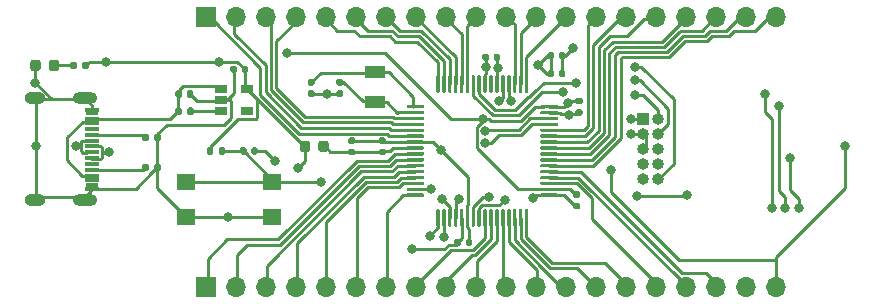
<source format=gbr>
%TF.GenerationSoftware,KiCad,Pcbnew,5.1.9+dfsg1-1*%
%TF.CreationDate,2022-01-14T18:54:08-05:00*%
%TF.ProjectId,samd51j18a,73616d64-3531-46a3-9138-612e6b696361,rev?*%
%TF.SameCoordinates,Original*%
%TF.FileFunction,Copper,L1,Top*%
%TF.FilePolarity,Positive*%
%FSLAX46Y46*%
G04 Gerber Fmt 4.6, Leading zero omitted, Abs format (unit mm)*
G04 Created by KiCad (PCBNEW 5.1.9+dfsg1-1) date 2022-01-14 18:54:08*
%MOMM*%
%LPD*%
G01*
G04 APERTURE LIST*
%TA.AperFunction,ComponentPad*%
%ADD10O,1.700000X1.700000*%
%TD*%
%TA.AperFunction,ComponentPad*%
%ADD11R,1.700000X1.700000*%
%TD*%
%TA.AperFunction,SMDPad,CuDef*%
%ADD12R,1.150000X0.300000*%
%TD*%
%TA.AperFunction,SMDPad,CuDef*%
%ADD13R,1.086500X0.300000*%
%TD*%
%TA.AperFunction,ComponentPad*%
%ADD14O,1.800000X1.000000*%
%TD*%
%TA.AperFunction,ComponentPad*%
%ADD15O,2.100000X1.000000*%
%TD*%
%TA.AperFunction,ComponentPad*%
%ADD16O,1.000000X1.000000*%
%TD*%
%TA.AperFunction,ComponentPad*%
%ADD17R,1.000000X1.000000*%
%TD*%
%TA.AperFunction,SMDPad,CuDef*%
%ADD18R,1.800000X1.000000*%
%TD*%
%TA.AperFunction,SMDPad,CuDef*%
%ADD19R,1.060000X0.650000*%
%TD*%
%TA.AperFunction,SMDPad,CuDef*%
%ADD20R,1.600000X1.400000*%
%TD*%
%TA.AperFunction,ViaPad*%
%ADD21C,0.800000*%
%TD*%
%TA.AperFunction,Conductor*%
%ADD22C,0.250000*%
%TD*%
G04 APERTURE END LIST*
D10*
%TO.P,J4,20*%
%TO.N,PA19*%
X165100000Y-63500000D03*
%TO.P,J4,19*%
%TO.N,PB16*%
X162560000Y-63500000D03*
%TO.P,J4,18*%
%TO.N,PB17*%
X160020000Y-63500000D03*
%TO.P,J4,17*%
%TO.N,PA20*%
X157480000Y-63500000D03*
%TO.P,J4,16*%
%TO.N,PA21*%
X154940000Y-63500000D03*
%TO.P,J4,15*%
%TO.N,PA22*%
X152400000Y-63500000D03*
%TO.P,J4,14*%
%TO.N,PA23*%
X149860000Y-63500000D03*
%TO.P,J4,13*%
%TO.N,PB22*%
X147320000Y-63500000D03*
%TO.P,J4,12*%
%TO.N,PB23*%
X144780000Y-63500000D03*
%TO.P,J4,11*%
%TO.N,PA27*%
X142240000Y-63500000D03*
%TO.P,J4,10*%
%TO.N,PB30*%
X139700000Y-63500000D03*
%TO.P,J4,9*%
%TO.N,PB31*%
X137160000Y-63500000D03*
%TO.P,J4,8*%
%TO.N,PB00*%
X134620000Y-63500000D03*
%TO.P,J4,7*%
%TO.N,PB01*%
X132080000Y-63500000D03*
%TO.P,J4,6*%
%TO.N,PB02*%
X129540000Y-63500000D03*
%TO.P,J4,5*%
%TO.N,PB03*%
X127000000Y-63500000D03*
%TO.P,J4,4*%
%TO.N,PA02*%
X124460000Y-63500000D03*
%TO.P,J4,3*%
%TO.N,PA03*%
X121920000Y-63500000D03*
%TO.P,J4,2*%
%TO.N,PB04*%
X119380000Y-63500000D03*
D11*
%TO.P,J4,1*%
%TO.N,PB05*%
X116840000Y-63500000D03*
%TD*%
D10*
%TO.P,J1,20*%
%TO.N,+3V3*%
X165100000Y-86360000D03*
%TO.P,J1,19*%
%TO.N,GND*%
X162560000Y-86360000D03*
%TO.P,J1,18*%
%TO.N,PA18*%
X160020000Y-86360000D03*
%TO.P,J1,17*%
%TO.N,PA17*%
X157480000Y-86360000D03*
%TO.P,J1,16*%
%TO.N,PA16*%
X154940000Y-86360000D03*
%TO.P,J1,15*%
%TO.N,PA15*%
X152400000Y-86360000D03*
%TO.P,J1,14*%
%TO.N,PA14*%
X149860000Y-86360000D03*
%TO.P,J1,13*%
%TO.N,PA13*%
X147320000Y-86360000D03*
%TO.P,J1,12*%
%TO.N,PA12*%
X144780000Y-86360000D03*
%TO.P,J1,11*%
%TO.N,PB15*%
X142240000Y-86360000D03*
%TO.P,J1,10*%
%TO.N,PB14*%
X139700000Y-86360000D03*
%TO.P,J1,9*%
%TO.N,PB13*%
X137160000Y-86360000D03*
%TO.P,J1,8*%
%TO.N,PB12*%
X134620000Y-86360000D03*
%TO.P,J1,7*%
%TO.N,PA07*%
X132080000Y-86360000D03*
%TO.P,J1,6*%
%TO.N,PA05*%
X129540000Y-86360000D03*
%TO.P,J1,5*%
%TO.N,PA04*%
X127000000Y-86360000D03*
%TO.P,J1,4*%
%TO.N,PB09*%
X124460000Y-86360000D03*
%TO.P,J1,3*%
%TO.N,PB08*%
X121920000Y-86360000D03*
%TO.P,J1,2*%
%TO.N,PB07*%
X119380000Y-86360000D03*
D11*
%TO.P,J1,1*%
%TO.N,PB06*%
X116840000Y-86360000D03*
%TD*%
D12*
%TO.P,USB C,B1*%
%TO.N,GND*%
X107140000Y-78089500D03*
%TO.P,USB C,B4*%
%TO.N,VDD*%
X107140000Y-77289500D03*
D13*
%TO.P,USB C,B12*%
%TO.N,GND*%
X107171750Y-71689500D03*
D12*
%TO.P,USB C,B9*%
%TO.N,VDD*%
X107140000Y-72489500D03*
D14*
%TO.P,USB C,S1*%
%TO.N,GND*%
X102385000Y-79059500D03*
X102385000Y-70419500D03*
D15*
X106565000Y-70419500D03*
X106565000Y-79059500D03*
D12*
%TO.P,USB C,B5*%
%TO.N,Net-(J2-PadB5)*%
X107140000Y-76489500D03*
%TO.P,USB C,A8*%
%TO.N,Net-(J2-PadA8)*%
X107140000Y-75989500D03*
%TO.P,USB C,B6*%
%TO.N,D+*%
X107140000Y-75489500D03*
%TO.P,USB C,A7*%
%TO.N,D-*%
X107140000Y-74989500D03*
%TO.P,USB C,A6*%
%TO.N,D+*%
X107140000Y-74489500D03*
%TO.P,USB C,B7*%
%TO.N,D-*%
X107140000Y-73989500D03*
%TO.P,USB C,A5*%
%TO.N,Net-(J2-PadA5)*%
X107140000Y-73489500D03*
%TO.P,USB C,B8*%
%TO.N,Net-(J2-PadB8)*%
X107140000Y-72989500D03*
D13*
%TO.P,USB C,A12*%
%TO.N,GND*%
X107171750Y-77789500D03*
D12*
%TO.P,USB C,A9*%
%TO.N,VDD*%
X107140000Y-76989500D03*
%TO.P,USB C,A4*%
X107140000Y-72189500D03*
%TO.P,USB C,A1*%
%TO.N,GND*%
X107140000Y-71389500D03*
%TD*%
D16*
%TO.P,DEBUG,10*%
%TO.N,RESET*%
X155130500Y-77216000D03*
%TO.P,DEBUG,9*%
%TO.N,Net-(J5-Pad9)*%
X153860500Y-77216000D03*
%TO.P,DEBUG,8*%
%TO.N,Net-(J5-Pad8)*%
X155130500Y-75946000D03*
%TO.P,DEBUG,7*%
%TO.N,Net-(J5-Pad7)*%
X153860500Y-75946000D03*
%TO.P,DEBUG,6*%
%TO.N,Net-(J5-Pad6)*%
X155130500Y-74676000D03*
%TO.P,DEBUG,5*%
%TO.N,GND*%
X153860500Y-74676000D03*
%TO.P,DEBUG,4*%
%TO.N,SWCLK*%
X155130500Y-73406000D03*
%TO.P,DEBUG,3*%
%TO.N,GND*%
X153860500Y-73406000D03*
%TO.P,DEBUG,2*%
%TO.N,SWDIO*%
X155130500Y-72136000D03*
D17*
%TO.P,DEBUG,1*%
%TO.N,+3V3*%
X153860500Y-72136000D03*
%TD*%
D18*
%TO.P,Y1,2*%
%TO.N,XOUT32*%
X131127500Y-70719000D03*
%TO.P,Y1,1*%
%TO.N,XIN32*%
X131127500Y-68219000D03*
%TD*%
D19*
%TO.P,U2,5*%
%TO.N,+3V3*%
X120289500Y-69598500D03*
%TO.P,U2,4*%
%TO.N,Net-(U2-Pad4)*%
X120289500Y-71498500D03*
%TO.P,U2,3*%
%TO.N,Net-(R3-Pad1)*%
X118089500Y-71498500D03*
%TO.P,U2,2*%
%TO.N,GND*%
X118089500Y-70548500D03*
%TO.P,U2,1*%
%TO.N,VDD*%
X118089500Y-69598500D03*
%TD*%
%TO.P,U1,64*%
%TO.N,PB03*%
%TA.AperFunction,SMDPad,CuDef*%
G36*
G01*
X136308000Y-69866500D02*
X136308000Y-68541500D01*
G75*
G02*
X136383000Y-68466500I75000J0D01*
G01*
X136533000Y-68466500D01*
G75*
G02*
X136608000Y-68541500I0J-75000D01*
G01*
X136608000Y-69866500D01*
G75*
G02*
X136533000Y-69941500I-75000J0D01*
G01*
X136383000Y-69941500D01*
G75*
G02*
X136308000Y-69866500I0J75000D01*
G01*
G37*
%TD.AperFunction*%
%TO.P,U1,63*%
%TO.N,PB02*%
%TA.AperFunction,SMDPad,CuDef*%
G36*
G01*
X136808000Y-69866500D02*
X136808000Y-68541500D01*
G75*
G02*
X136883000Y-68466500I75000J0D01*
G01*
X137033000Y-68466500D01*
G75*
G02*
X137108000Y-68541500I0J-75000D01*
G01*
X137108000Y-69866500D01*
G75*
G02*
X137033000Y-69941500I-75000J0D01*
G01*
X136883000Y-69941500D01*
G75*
G02*
X136808000Y-69866500I0J75000D01*
G01*
G37*
%TD.AperFunction*%
%TO.P,U1,62*%
%TO.N,PB01*%
%TA.AperFunction,SMDPad,CuDef*%
G36*
G01*
X137308000Y-69866500D02*
X137308000Y-68541500D01*
G75*
G02*
X137383000Y-68466500I75000J0D01*
G01*
X137533000Y-68466500D01*
G75*
G02*
X137608000Y-68541500I0J-75000D01*
G01*
X137608000Y-69866500D01*
G75*
G02*
X137533000Y-69941500I-75000J0D01*
G01*
X137383000Y-69941500D01*
G75*
G02*
X137308000Y-69866500I0J75000D01*
G01*
G37*
%TD.AperFunction*%
%TO.P,U1,61*%
%TO.N,PB00*%
%TA.AperFunction,SMDPad,CuDef*%
G36*
G01*
X137808000Y-69866500D02*
X137808000Y-68541500D01*
G75*
G02*
X137883000Y-68466500I75000J0D01*
G01*
X138033000Y-68466500D01*
G75*
G02*
X138108000Y-68541500I0J-75000D01*
G01*
X138108000Y-69866500D01*
G75*
G02*
X138033000Y-69941500I-75000J0D01*
G01*
X137883000Y-69941500D01*
G75*
G02*
X137808000Y-69866500I0J75000D01*
G01*
G37*
%TD.AperFunction*%
%TO.P,U1,60*%
%TO.N,PB31*%
%TA.AperFunction,SMDPad,CuDef*%
G36*
G01*
X138308000Y-69866500D02*
X138308000Y-68541500D01*
G75*
G02*
X138383000Y-68466500I75000J0D01*
G01*
X138533000Y-68466500D01*
G75*
G02*
X138608000Y-68541500I0J-75000D01*
G01*
X138608000Y-69866500D01*
G75*
G02*
X138533000Y-69941500I-75000J0D01*
G01*
X138383000Y-69941500D01*
G75*
G02*
X138308000Y-69866500I0J75000D01*
G01*
G37*
%TD.AperFunction*%
%TO.P,U1,59*%
%TO.N,PB30*%
%TA.AperFunction,SMDPad,CuDef*%
G36*
G01*
X138808000Y-69866500D02*
X138808000Y-68541500D01*
G75*
G02*
X138883000Y-68466500I75000J0D01*
G01*
X139033000Y-68466500D01*
G75*
G02*
X139108000Y-68541500I0J-75000D01*
G01*
X139108000Y-69866500D01*
G75*
G02*
X139033000Y-69941500I-75000J0D01*
G01*
X138883000Y-69941500D01*
G75*
G02*
X138808000Y-69866500I0J75000D01*
G01*
G37*
%TD.AperFunction*%
%TO.P,U1,58*%
%TO.N,SWDIO*%
%TA.AperFunction,SMDPad,CuDef*%
G36*
G01*
X139308000Y-69866500D02*
X139308000Y-68541500D01*
G75*
G02*
X139383000Y-68466500I75000J0D01*
G01*
X139533000Y-68466500D01*
G75*
G02*
X139608000Y-68541500I0J-75000D01*
G01*
X139608000Y-69866500D01*
G75*
G02*
X139533000Y-69941500I-75000J0D01*
G01*
X139383000Y-69941500D01*
G75*
G02*
X139308000Y-69866500I0J75000D01*
G01*
G37*
%TD.AperFunction*%
%TO.P,U1,57*%
%TO.N,SWCLK*%
%TA.AperFunction,SMDPad,CuDef*%
G36*
G01*
X139808000Y-69866500D02*
X139808000Y-68541500D01*
G75*
G02*
X139883000Y-68466500I75000J0D01*
G01*
X140033000Y-68466500D01*
G75*
G02*
X140108000Y-68541500I0J-75000D01*
G01*
X140108000Y-69866500D01*
G75*
G02*
X140033000Y-69941500I-75000J0D01*
G01*
X139883000Y-69941500D01*
G75*
G02*
X139808000Y-69866500I0J75000D01*
G01*
G37*
%TD.AperFunction*%
%TO.P,U1,56*%
%TO.N,+3V3*%
%TA.AperFunction,SMDPad,CuDef*%
G36*
G01*
X140308000Y-69866500D02*
X140308000Y-68541500D01*
G75*
G02*
X140383000Y-68466500I75000J0D01*
G01*
X140533000Y-68466500D01*
G75*
G02*
X140608000Y-68541500I0J-75000D01*
G01*
X140608000Y-69866500D01*
G75*
G02*
X140533000Y-69941500I-75000J0D01*
G01*
X140383000Y-69941500D01*
G75*
G02*
X140308000Y-69866500I0J75000D01*
G01*
G37*
%TD.AperFunction*%
%TO.P,U1,55*%
%TO.N,Net-(U1-Pad55)*%
%TA.AperFunction,SMDPad,CuDef*%
G36*
G01*
X140808000Y-69866500D02*
X140808000Y-68541500D01*
G75*
G02*
X140883000Y-68466500I75000J0D01*
G01*
X141033000Y-68466500D01*
G75*
G02*
X141108000Y-68541500I0J-75000D01*
G01*
X141108000Y-69866500D01*
G75*
G02*
X141033000Y-69941500I-75000J0D01*
G01*
X140883000Y-69941500D01*
G75*
G02*
X140808000Y-69866500I0J75000D01*
G01*
G37*
%TD.AperFunction*%
%TO.P,U1,54*%
%TO.N,GND*%
%TA.AperFunction,SMDPad,CuDef*%
G36*
G01*
X141308000Y-69866500D02*
X141308000Y-68541500D01*
G75*
G02*
X141383000Y-68466500I75000J0D01*
G01*
X141533000Y-68466500D01*
G75*
G02*
X141608000Y-68541500I0J-75000D01*
G01*
X141608000Y-69866500D01*
G75*
G02*
X141533000Y-69941500I-75000J0D01*
G01*
X141383000Y-69941500D01*
G75*
G02*
X141308000Y-69866500I0J75000D01*
G01*
G37*
%TD.AperFunction*%
%TO.P,U1,53*%
%TO.N,VCC*%
%TA.AperFunction,SMDPad,CuDef*%
G36*
G01*
X141808000Y-69866500D02*
X141808000Y-68541500D01*
G75*
G02*
X141883000Y-68466500I75000J0D01*
G01*
X142033000Y-68466500D01*
G75*
G02*
X142108000Y-68541500I0J-75000D01*
G01*
X142108000Y-69866500D01*
G75*
G02*
X142033000Y-69941500I-75000J0D01*
G01*
X141883000Y-69941500D01*
G75*
G02*
X141808000Y-69866500I0J75000D01*
G01*
G37*
%TD.AperFunction*%
%TO.P,U1,52*%
%TO.N,RESET*%
%TA.AperFunction,SMDPad,CuDef*%
G36*
G01*
X142308000Y-69866500D02*
X142308000Y-68541500D01*
G75*
G02*
X142383000Y-68466500I75000J0D01*
G01*
X142533000Y-68466500D01*
G75*
G02*
X142608000Y-68541500I0J-75000D01*
G01*
X142608000Y-69866500D01*
G75*
G02*
X142533000Y-69941500I-75000J0D01*
G01*
X142383000Y-69941500D01*
G75*
G02*
X142308000Y-69866500I0J75000D01*
G01*
G37*
%TD.AperFunction*%
%TO.P,U1,51*%
%TO.N,PA27*%
%TA.AperFunction,SMDPad,CuDef*%
G36*
G01*
X142808000Y-69866500D02*
X142808000Y-68541500D01*
G75*
G02*
X142883000Y-68466500I75000J0D01*
G01*
X143033000Y-68466500D01*
G75*
G02*
X143108000Y-68541500I0J-75000D01*
G01*
X143108000Y-69866500D01*
G75*
G02*
X143033000Y-69941500I-75000J0D01*
G01*
X142883000Y-69941500D01*
G75*
G02*
X142808000Y-69866500I0J75000D01*
G01*
G37*
%TD.AperFunction*%
%TO.P,U1,50*%
%TO.N,PB23*%
%TA.AperFunction,SMDPad,CuDef*%
G36*
G01*
X143308000Y-69866500D02*
X143308000Y-68541500D01*
G75*
G02*
X143383000Y-68466500I75000J0D01*
G01*
X143533000Y-68466500D01*
G75*
G02*
X143608000Y-68541500I0J-75000D01*
G01*
X143608000Y-69866500D01*
G75*
G02*
X143533000Y-69941500I-75000J0D01*
G01*
X143383000Y-69941500D01*
G75*
G02*
X143308000Y-69866500I0J75000D01*
G01*
G37*
%TD.AperFunction*%
%TO.P,U1,49*%
%TO.N,PB22*%
%TA.AperFunction,SMDPad,CuDef*%
G36*
G01*
X143808000Y-69866500D02*
X143808000Y-68541500D01*
G75*
G02*
X143883000Y-68466500I75000J0D01*
G01*
X144033000Y-68466500D01*
G75*
G02*
X144108000Y-68541500I0J-75000D01*
G01*
X144108000Y-69866500D01*
G75*
G02*
X144033000Y-69941500I-75000J0D01*
G01*
X143883000Y-69941500D01*
G75*
G02*
X143808000Y-69866500I0J75000D01*
G01*
G37*
%TD.AperFunction*%
%TO.P,U1,48*%
%TO.N,+3V3*%
%TA.AperFunction,SMDPad,CuDef*%
G36*
G01*
X145133000Y-71191500D02*
X145133000Y-71041500D01*
G75*
G02*
X145208000Y-70966500I75000J0D01*
G01*
X146533000Y-70966500D01*
G75*
G02*
X146608000Y-71041500I0J-75000D01*
G01*
X146608000Y-71191500D01*
G75*
G02*
X146533000Y-71266500I-75000J0D01*
G01*
X145208000Y-71266500D01*
G75*
G02*
X145133000Y-71191500I0J75000D01*
G01*
G37*
%TD.AperFunction*%
%TO.P,U1,47*%
%TO.N,GND*%
%TA.AperFunction,SMDPad,CuDef*%
G36*
G01*
X145133000Y-71691500D02*
X145133000Y-71541500D01*
G75*
G02*
X145208000Y-71466500I75000J0D01*
G01*
X146533000Y-71466500D01*
G75*
G02*
X146608000Y-71541500I0J-75000D01*
G01*
X146608000Y-71691500D01*
G75*
G02*
X146533000Y-71766500I-75000J0D01*
G01*
X145208000Y-71766500D01*
G75*
G02*
X145133000Y-71691500I0J75000D01*
G01*
G37*
%TD.AperFunction*%
%TO.P,U1,46*%
%TO.N,D+*%
%TA.AperFunction,SMDPad,CuDef*%
G36*
G01*
X145133000Y-72191500D02*
X145133000Y-72041500D01*
G75*
G02*
X145208000Y-71966500I75000J0D01*
G01*
X146533000Y-71966500D01*
G75*
G02*
X146608000Y-72041500I0J-75000D01*
G01*
X146608000Y-72191500D01*
G75*
G02*
X146533000Y-72266500I-75000J0D01*
G01*
X145208000Y-72266500D01*
G75*
G02*
X145133000Y-72191500I0J75000D01*
G01*
G37*
%TD.AperFunction*%
%TO.P,U1,45*%
%TO.N,D-*%
%TA.AperFunction,SMDPad,CuDef*%
G36*
G01*
X145133000Y-72691500D02*
X145133000Y-72541500D01*
G75*
G02*
X145208000Y-72466500I75000J0D01*
G01*
X146533000Y-72466500D01*
G75*
G02*
X146608000Y-72541500I0J-75000D01*
G01*
X146608000Y-72691500D01*
G75*
G02*
X146533000Y-72766500I-75000J0D01*
G01*
X145208000Y-72766500D01*
G75*
G02*
X145133000Y-72691500I0J75000D01*
G01*
G37*
%TD.AperFunction*%
%TO.P,U1,44*%
%TO.N,PA23*%
%TA.AperFunction,SMDPad,CuDef*%
G36*
G01*
X145133000Y-73191500D02*
X145133000Y-73041500D01*
G75*
G02*
X145208000Y-72966500I75000J0D01*
G01*
X146533000Y-72966500D01*
G75*
G02*
X146608000Y-73041500I0J-75000D01*
G01*
X146608000Y-73191500D01*
G75*
G02*
X146533000Y-73266500I-75000J0D01*
G01*
X145208000Y-73266500D01*
G75*
G02*
X145133000Y-73191500I0J75000D01*
G01*
G37*
%TD.AperFunction*%
%TO.P,U1,43*%
%TO.N,PA22*%
%TA.AperFunction,SMDPad,CuDef*%
G36*
G01*
X145133000Y-73691500D02*
X145133000Y-73541500D01*
G75*
G02*
X145208000Y-73466500I75000J0D01*
G01*
X146533000Y-73466500D01*
G75*
G02*
X146608000Y-73541500I0J-75000D01*
G01*
X146608000Y-73691500D01*
G75*
G02*
X146533000Y-73766500I-75000J0D01*
G01*
X145208000Y-73766500D01*
G75*
G02*
X145133000Y-73691500I0J75000D01*
G01*
G37*
%TD.AperFunction*%
%TO.P,U1,42*%
%TO.N,PA21*%
%TA.AperFunction,SMDPad,CuDef*%
G36*
G01*
X145133000Y-74191500D02*
X145133000Y-74041500D01*
G75*
G02*
X145208000Y-73966500I75000J0D01*
G01*
X146533000Y-73966500D01*
G75*
G02*
X146608000Y-74041500I0J-75000D01*
G01*
X146608000Y-74191500D01*
G75*
G02*
X146533000Y-74266500I-75000J0D01*
G01*
X145208000Y-74266500D01*
G75*
G02*
X145133000Y-74191500I0J75000D01*
G01*
G37*
%TD.AperFunction*%
%TO.P,U1,41*%
%TO.N,PA20*%
%TA.AperFunction,SMDPad,CuDef*%
G36*
G01*
X145133000Y-74691500D02*
X145133000Y-74541500D01*
G75*
G02*
X145208000Y-74466500I75000J0D01*
G01*
X146533000Y-74466500D01*
G75*
G02*
X146608000Y-74541500I0J-75000D01*
G01*
X146608000Y-74691500D01*
G75*
G02*
X146533000Y-74766500I-75000J0D01*
G01*
X145208000Y-74766500D01*
G75*
G02*
X145133000Y-74691500I0J75000D01*
G01*
G37*
%TD.AperFunction*%
%TO.P,U1,40*%
%TO.N,PB17*%
%TA.AperFunction,SMDPad,CuDef*%
G36*
G01*
X145133000Y-75191500D02*
X145133000Y-75041500D01*
G75*
G02*
X145208000Y-74966500I75000J0D01*
G01*
X146533000Y-74966500D01*
G75*
G02*
X146608000Y-75041500I0J-75000D01*
G01*
X146608000Y-75191500D01*
G75*
G02*
X146533000Y-75266500I-75000J0D01*
G01*
X145208000Y-75266500D01*
G75*
G02*
X145133000Y-75191500I0J75000D01*
G01*
G37*
%TD.AperFunction*%
%TO.P,U1,39*%
%TO.N,PB16*%
%TA.AperFunction,SMDPad,CuDef*%
G36*
G01*
X145133000Y-75691500D02*
X145133000Y-75541500D01*
G75*
G02*
X145208000Y-75466500I75000J0D01*
G01*
X146533000Y-75466500D01*
G75*
G02*
X146608000Y-75541500I0J-75000D01*
G01*
X146608000Y-75691500D01*
G75*
G02*
X146533000Y-75766500I-75000J0D01*
G01*
X145208000Y-75766500D01*
G75*
G02*
X145133000Y-75691500I0J75000D01*
G01*
G37*
%TD.AperFunction*%
%TO.P,U1,38*%
%TO.N,PA19*%
%TA.AperFunction,SMDPad,CuDef*%
G36*
G01*
X145133000Y-76191500D02*
X145133000Y-76041500D01*
G75*
G02*
X145208000Y-75966500I75000J0D01*
G01*
X146533000Y-75966500D01*
G75*
G02*
X146608000Y-76041500I0J-75000D01*
G01*
X146608000Y-76191500D01*
G75*
G02*
X146533000Y-76266500I-75000J0D01*
G01*
X145208000Y-76266500D01*
G75*
G02*
X145133000Y-76191500I0J75000D01*
G01*
G37*
%TD.AperFunction*%
%TO.P,U1,37*%
%TO.N,PA18*%
%TA.AperFunction,SMDPad,CuDef*%
G36*
G01*
X145133000Y-76691500D02*
X145133000Y-76541500D01*
G75*
G02*
X145208000Y-76466500I75000J0D01*
G01*
X146533000Y-76466500D01*
G75*
G02*
X146608000Y-76541500I0J-75000D01*
G01*
X146608000Y-76691500D01*
G75*
G02*
X146533000Y-76766500I-75000J0D01*
G01*
X145208000Y-76766500D01*
G75*
G02*
X145133000Y-76691500I0J75000D01*
G01*
G37*
%TD.AperFunction*%
%TO.P,U1,36*%
%TO.N,PA17*%
%TA.AperFunction,SMDPad,CuDef*%
G36*
G01*
X145133000Y-77191500D02*
X145133000Y-77041500D01*
G75*
G02*
X145208000Y-76966500I75000J0D01*
G01*
X146533000Y-76966500D01*
G75*
G02*
X146608000Y-77041500I0J-75000D01*
G01*
X146608000Y-77191500D01*
G75*
G02*
X146533000Y-77266500I-75000J0D01*
G01*
X145208000Y-77266500D01*
G75*
G02*
X145133000Y-77191500I0J75000D01*
G01*
G37*
%TD.AperFunction*%
%TO.P,U1,35*%
%TO.N,PA16*%
%TA.AperFunction,SMDPad,CuDef*%
G36*
G01*
X145133000Y-77691500D02*
X145133000Y-77541500D01*
G75*
G02*
X145208000Y-77466500I75000J0D01*
G01*
X146533000Y-77466500D01*
G75*
G02*
X146608000Y-77541500I0J-75000D01*
G01*
X146608000Y-77691500D01*
G75*
G02*
X146533000Y-77766500I-75000J0D01*
G01*
X145208000Y-77766500D01*
G75*
G02*
X145133000Y-77691500I0J75000D01*
G01*
G37*
%TD.AperFunction*%
%TO.P,U1,34*%
%TO.N,+3V3*%
%TA.AperFunction,SMDPad,CuDef*%
G36*
G01*
X145133000Y-78191500D02*
X145133000Y-78041500D01*
G75*
G02*
X145208000Y-77966500I75000J0D01*
G01*
X146533000Y-77966500D01*
G75*
G02*
X146608000Y-78041500I0J-75000D01*
G01*
X146608000Y-78191500D01*
G75*
G02*
X146533000Y-78266500I-75000J0D01*
G01*
X145208000Y-78266500D01*
G75*
G02*
X145133000Y-78191500I0J75000D01*
G01*
G37*
%TD.AperFunction*%
%TO.P,U1,33*%
%TO.N,GND*%
%TA.AperFunction,SMDPad,CuDef*%
G36*
G01*
X145133000Y-78691500D02*
X145133000Y-78541500D01*
G75*
G02*
X145208000Y-78466500I75000J0D01*
G01*
X146533000Y-78466500D01*
G75*
G02*
X146608000Y-78541500I0J-75000D01*
G01*
X146608000Y-78691500D01*
G75*
G02*
X146533000Y-78766500I-75000J0D01*
G01*
X145208000Y-78766500D01*
G75*
G02*
X145133000Y-78691500I0J75000D01*
G01*
G37*
%TD.AperFunction*%
%TO.P,U1,32*%
%TO.N,PA15*%
%TA.AperFunction,SMDPad,CuDef*%
G36*
G01*
X143808000Y-81191500D02*
X143808000Y-79866500D01*
G75*
G02*
X143883000Y-79791500I75000J0D01*
G01*
X144033000Y-79791500D01*
G75*
G02*
X144108000Y-79866500I0J-75000D01*
G01*
X144108000Y-81191500D01*
G75*
G02*
X144033000Y-81266500I-75000J0D01*
G01*
X143883000Y-81266500D01*
G75*
G02*
X143808000Y-81191500I0J75000D01*
G01*
G37*
%TD.AperFunction*%
%TO.P,U1,31*%
%TO.N,PA14*%
%TA.AperFunction,SMDPad,CuDef*%
G36*
G01*
X143308000Y-81191500D02*
X143308000Y-79866500D01*
G75*
G02*
X143383000Y-79791500I75000J0D01*
G01*
X143533000Y-79791500D01*
G75*
G02*
X143608000Y-79866500I0J-75000D01*
G01*
X143608000Y-81191500D01*
G75*
G02*
X143533000Y-81266500I-75000J0D01*
G01*
X143383000Y-81266500D01*
G75*
G02*
X143308000Y-81191500I0J75000D01*
G01*
G37*
%TD.AperFunction*%
%TO.P,U1,30*%
%TO.N,PA13*%
%TA.AperFunction,SMDPad,CuDef*%
G36*
G01*
X142808000Y-81191500D02*
X142808000Y-79866500D01*
G75*
G02*
X142883000Y-79791500I75000J0D01*
G01*
X143033000Y-79791500D01*
G75*
G02*
X143108000Y-79866500I0J-75000D01*
G01*
X143108000Y-81191500D01*
G75*
G02*
X143033000Y-81266500I-75000J0D01*
G01*
X142883000Y-81266500D01*
G75*
G02*
X142808000Y-81191500I0J75000D01*
G01*
G37*
%TD.AperFunction*%
%TO.P,U1,29*%
%TO.N,PA12*%
%TA.AperFunction,SMDPad,CuDef*%
G36*
G01*
X142308000Y-81191500D02*
X142308000Y-79866500D01*
G75*
G02*
X142383000Y-79791500I75000J0D01*
G01*
X142533000Y-79791500D01*
G75*
G02*
X142608000Y-79866500I0J-75000D01*
G01*
X142608000Y-81191500D01*
G75*
G02*
X142533000Y-81266500I-75000J0D01*
G01*
X142383000Y-81266500D01*
G75*
G02*
X142308000Y-81191500I0J75000D01*
G01*
G37*
%TD.AperFunction*%
%TO.P,U1,28*%
%TO.N,PB15*%
%TA.AperFunction,SMDPad,CuDef*%
G36*
G01*
X141808000Y-81191500D02*
X141808000Y-79866500D01*
G75*
G02*
X141883000Y-79791500I75000J0D01*
G01*
X142033000Y-79791500D01*
G75*
G02*
X142108000Y-79866500I0J-75000D01*
G01*
X142108000Y-81191500D01*
G75*
G02*
X142033000Y-81266500I-75000J0D01*
G01*
X141883000Y-81266500D01*
G75*
G02*
X141808000Y-81191500I0J75000D01*
G01*
G37*
%TD.AperFunction*%
%TO.P,U1,27*%
%TO.N,PB14*%
%TA.AperFunction,SMDPad,CuDef*%
G36*
G01*
X141308000Y-81191500D02*
X141308000Y-79866500D01*
G75*
G02*
X141383000Y-79791500I75000J0D01*
G01*
X141533000Y-79791500D01*
G75*
G02*
X141608000Y-79866500I0J-75000D01*
G01*
X141608000Y-81191500D01*
G75*
G02*
X141533000Y-81266500I-75000J0D01*
G01*
X141383000Y-81266500D01*
G75*
G02*
X141308000Y-81191500I0J75000D01*
G01*
G37*
%TD.AperFunction*%
%TO.P,U1,26*%
%TO.N,PB13*%
%TA.AperFunction,SMDPad,CuDef*%
G36*
G01*
X140808000Y-81191500D02*
X140808000Y-79866500D01*
G75*
G02*
X140883000Y-79791500I75000J0D01*
G01*
X141033000Y-79791500D01*
G75*
G02*
X141108000Y-79866500I0J-75000D01*
G01*
X141108000Y-81191500D01*
G75*
G02*
X141033000Y-81266500I-75000J0D01*
G01*
X140883000Y-81266500D01*
G75*
G02*
X140808000Y-81191500I0J75000D01*
G01*
G37*
%TD.AperFunction*%
%TO.P,U1,25*%
%TO.N,PB12*%
%TA.AperFunction,SMDPad,CuDef*%
G36*
G01*
X140308000Y-81191500D02*
X140308000Y-79866500D01*
G75*
G02*
X140383000Y-79791500I75000J0D01*
G01*
X140533000Y-79791500D01*
G75*
G02*
X140608000Y-79866500I0J-75000D01*
G01*
X140608000Y-81191500D01*
G75*
G02*
X140533000Y-81266500I-75000J0D01*
G01*
X140383000Y-81266500D01*
G75*
G02*
X140308000Y-81191500I0J75000D01*
G01*
G37*
%TD.AperFunction*%
%TO.P,U1,24*%
%TO.N,SDCK*%
%TA.AperFunction,SMDPad,CuDef*%
G36*
G01*
X139808000Y-81191500D02*
X139808000Y-79866500D01*
G75*
G02*
X139883000Y-79791500I75000J0D01*
G01*
X140033000Y-79791500D01*
G75*
G02*
X140108000Y-79866500I0J-75000D01*
G01*
X140108000Y-81191500D01*
G75*
G02*
X140033000Y-81266500I-75000J0D01*
G01*
X139883000Y-81266500D01*
G75*
G02*
X139808000Y-81191500I0J75000D01*
G01*
G37*
%TD.AperFunction*%
%TO.P,U1,23*%
%TO.N,SDDAT[3]*%
%TA.AperFunction,SMDPad,CuDef*%
G36*
G01*
X139308000Y-81191500D02*
X139308000Y-79866500D01*
G75*
G02*
X139383000Y-79791500I75000J0D01*
G01*
X139533000Y-79791500D01*
G75*
G02*
X139608000Y-79866500I0J-75000D01*
G01*
X139608000Y-81191500D01*
G75*
G02*
X139533000Y-81266500I-75000J0D01*
G01*
X139383000Y-81266500D01*
G75*
G02*
X139308000Y-81191500I0J75000D01*
G01*
G37*
%TD.AperFunction*%
%TO.P,U1,22*%
%TO.N,GND*%
%TA.AperFunction,SMDPad,CuDef*%
G36*
G01*
X138808000Y-81191500D02*
X138808000Y-79866500D01*
G75*
G02*
X138883000Y-79791500I75000J0D01*
G01*
X139033000Y-79791500D01*
G75*
G02*
X139108000Y-79866500I0J-75000D01*
G01*
X139108000Y-81191500D01*
G75*
G02*
X139033000Y-81266500I-75000J0D01*
G01*
X138883000Y-81266500D01*
G75*
G02*
X138808000Y-81191500I0J75000D01*
G01*
G37*
%TD.AperFunction*%
%TO.P,U1,21*%
%TO.N,+3V3*%
%TA.AperFunction,SMDPad,CuDef*%
G36*
G01*
X138308000Y-81191500D02*
X138308000Y-79866500D01*
G75*
G02*
X138383000Y-79791500I75000J0D01*
G01*
X138533000Y-79791500D01*
G75*
G02*
X138608000Y-79866500I0J-75000D01*
G01*
X138608000Y-81191500D01*
G75*
G02*
X138533000Y-81266500I-75000J0D01*
G01*
X138383000Y-81266500D01*
G75*
G02*
X138308000Y-81191500I0J75000D01*
G01*
G37*
%TD.AperFunction*%
%TO.P,U1,20*%
%TO.N,SDDAT[2]*%
%TA.AperFunction,SMDPad,CuDef*%
G36*
G01*
X137808000Y-81191500D02*
X137808000Y-79866500D01*
G75*
G02*
X137883000Y-79791500I75000J0D01*
G01*
X138033000Y-79791500D01*
G75*
G02*
X138108000Y-79866500I0J-75000D01*
G01*
X138108000Y-81191500D01*
G75*
G02*
X138033000Y-81266500I-75000J0D01*
G01*
X137883000Y-81266500D01*
G75*
G02*
X137808000Y-81191500I0J75000D01*
G01*
G37*
%TD.AperFunction*%
%TO.P,U1,19*%
%TO.N,SDDAT[1]*%
%TA.AperFunction,SMDPad,CuDef*%
G36*
G01*
X137308000Y-81191500D02*
X137308000Y-79866500D01*
G75*
G02*
X137383000Y-79791500I75000J0D01*
G01*
X137533000Y-79791500D01*
G75*
G02*
X137608000Y-79866500I0J-75000D01*
G01*
X137608000Y-81191500D01*
G75*
G02*
X137533000Y-81266500I-75000J0D01*
G01*
X137383000Y-81266500D01*
G75*
G02*
X137308000Y-81191500I0J75000D01*
G01*
G37*
%TD.AperFunction*%
%TO.P,U1,18*%
%TO.N,SDDAT[0]*%
%TA.AperFunction,SMDPad,CuDef*%
G36*
G01*
X136808000Y-81191500D02*
X136808000Y-79866500D01*
G75*
G02*
X136883000Y-79791500I75000J0D01*
G01*
X137033000Y-79791500D01*
G75*
G02*
X137108000Y-79866500I0J-75000D01*
G01*
X137108000Y-81191500D01*
G75*
G02*
X137033000Y-81266500I-75000J0D01*
G01*
X136883000Y-81266500D01*
G75*
G02*
X136808000Y-81191500I0J75000D01*
G01*
G37*
%TD.AperFunction*%
%TO.P,U1,17*%
%TO.N,SDCMD*%
%TA.AperFunction,SMDPad,CuDef*%
G36*
G01*
X136308000Y-81191500D02*
X136308000Y-79866500D01*
G75*
G02*
X136383000Y-79791500I75000J0D01*
G01*
X136533000Y-79791500D01*
G75*
G02*
X136608000Y-79866500I0J-75000D01*
G01*
X136608000Y-81191500D01*
G75*
G02*
X136533000Y-81266500I-75000J0D01*
G01*
X136383000Y-81266500D01*
G75*
G02*
X136308000Y-81191500I0J75000D01*
G01*
G37*
%TD.AperFunction*%
%TO.P,U1,16*%
%TO.N,PA07*%
%TA.AperFunction,SMDPad,CuDef*%
G36*
G01*
X133808000Y-78691500D02*
X133808000Y-78541500D01*
G75*
G02*
X133883000Y-78466500I75000J0D01*
G01*
X135208000Y-78466500D01*
G75*
G02*
X135283000Y-78541500I0J-75000D01*
G01*
X135283000Y-78691500D01*
G75*
G02*
X135208000Y-78766500I-75000J0D01*
G01*
X133883000Y-78766500D01*
G75*
G02*
X133808000Y-78691500I0J75000D01*
G01*
G37*
%TD.AperFunction*%
%TO.P,U1,15*%
%TO.N,SDCD*%
%TA.AperFunction,SMDPad,CuDef*%
G36*
G01*
X133808000Y-78191500D02*
X133808000Y-78041500D01*
G75*
G02*
X133883000Y-77966500I75000J0D01*
G01*
X135208000Y-77966500D01*
G75*
G02*
X135283000Y-78041500I0J-75000D01*
G01*
X135283000Y-78191500D01*
G75*
G02*
X135208000Y-78266500I-75000J0D01*
G01*
X133883000Y-78266500D01*
G75*
G02*
X133808000Y-78191500I0J75000D01*
G01*
G37*
%TD.AperFunction*%
%TO.P,U1,14*%
%TO.N,PA05*%
%TA.AperFunction,SMDPad,CuDef*%
G36*
G01*
X133808000Y-77691500D02*
X133808000Y-77541500D01*
G75*
G02*
X133883000Y-77466500I75000J0D01*
G01*
X135208000Y-77466500D01*
G75*
G02*
X135283000Y-77541500I0J-75000D01*
G01*
X135283000Y-77691500D01*
G75*
G02*
X135208000Y-77766500I-75000J0D01*
G01*
X133883000Y-77766500D01*
G75*
G02*
X133808000Y-77691500I0J75000D01*
G01*
G37*
%TD.AperFunction*%
%TO.P,U1,13*%
%TO.N,PA04*%
%TA.AperFunction,SMDPad,CuDef*%
G36*
G01*
X133808000Y-77191500D02*
X133808000Y-77041500D01*
G75*
G02*
X133883000Y-76966500I75000J0D01*
G01*
X135208000Y-76966500D01*
G75*
G02*
X135283000Y-77041500I0J-75000D01*
G01*
X135283000Y-77191500D01*
G75*
G02*
X135208000Y-77266500I-75000J0D01*
G01*
X133883000Y-77266500D01*
G75*
G02*
X133808000Y-77191500I0J75000D01*
G01*
G37*
%TD.AperFunction*%
%TO.P,U1,12*%
%TO.N,PB09*%
%TA.AperFunction,SMDPad,CuDef*%
G36*
G01*
X133808000Y-76691500D02*
X133808000Y-76541500D01*
G75*
G02*
X133883000Y-76466500I75000J0D01*
G01*
X135208000Y-76466500D01*
G75*
G02*
X135283000Y-76541500I0J-75000D01*
G01*
X135283000Y-76691500D01*
G75*
G02*
X135208000Y-76766500I-75000J0D01*
G01*
X133883000Y-76766500D01*
G75*
G02*
X133808000Y-76691500I0J75000D01*
G01*
G37*
%TD.AperFunction*%
%TO.P,U1,11*%
%TO.N,PB08*%
%TA.AperFunction,SMDPad,CuDef*%
G36*
G01*
X133808000Y-76191500D02*
X133808000Y-76041500D01*
G75*
G02*
X133883000Y-75966500I75000J0D01*
G01*
X135208000Y-75966500D01*
G75*
G02*
X135283000Y-76041500I0J-75000D01*
G01*
X135283000Y-76191500D01*
G75*
G02*
X135208000Y-76266500I-75000J0D01*
G01*
X133883000Y-76266500D01*
G75*
G02*
X133808000Y-76191500I0J75000D01*
G01*
G37*
%TD.AperFunction*%
%TO.P,U1,10*%
%TO.N,PB07*%
%TA.AperFunction,SMDPad,CuDef*%
G36*
G01*
X133808000Y-75691500D02*
X133808000Y-75541500D01*
G75*
G02*
X133883000Y-75466500I75000J0D01*
G01*
X135208000Y-75466500D01*
G75*
G02*
X135283000Y-75541500I0J-75000D01*
G01*
X135283000Y-75691500D01*
G75*
G02*
X135208000Y-75766500I-75000J0D01*
G01*
X133883000Y-75766500D01*
G75*
G02*
X133808000Y-75691500I0J75000D01*
G01*
G37*
%TD.AperFunction*%
%TO.P,U1,9*%
%TO.N,PB06*%
%TA.AperFunction,SMDPad,CuDef*%
G36*
G01*
X133808000Y-75191500D02*
X133808000Y-75041500D01*
G75*
G02*
X133883000Y-74966500I75000J0D01*
G01*
X135208000Y-74966500D01*
G75*
G02*
X135283000Y-75041500I0J-75000D01*
G01*
X135283000Y-75191500D01*
G75*
G02*
X135208000Y-75266500I-75000J0D01*
G01*
X133883000Y-75266500D01*
G75*
G02*
X133808000Y-75191500I0J75000D01*
G01*
G37*
%TD.AperFunction*%
%TO.P,U1,8*%
%TO.N,VDDA*%
%TA.AperFunction,SMDPad,CuDef*%
G36*
G01*
X133808000Y-74691500D02*
X133808000Y-74541500D01*
G75*
G02*
X133883000Y-74466500I75000J0D01*
G01*
X135208000Y-74466500D01*
G75*
G02*
X135283000Y-74541500I0J-75000D01*
G01*
X135283000Y-74691500D01*
G75*
G02*
X135208000Y-74766500I-75000J0D01*
G01*
X133883000Y-74766500D01*
G75*
G02*
X133808000Y-74691500I0J75000D01*
G01*
G37*
%TD.AperFunction*%
%TO.P,U1,7*%
%TO.N,GND*%
%TA.AperFunction,SMDPad,CuDef*%
G36*
G01*
X133808000Y-74191500D02*
X133808000Y-74041500D01*
G75*
G02*
X133883000Y-73966500I75000J0D01*
G01*
X135208000Y-73966500D01*
G75*
G02*
X135283000Y-74041500I0J-75000D01*
G01*
X135283000Y-74191500D01*
G75*
G02*
X135208000Y-74266500I-75000J0D01*
G01*
X133883000Y-74266500D01*
G75*
G02*
X133808000Y-74191500I0J75000D01*
G01*
G37*
%TD.AperFunction*%
%TO.P,U1,6*%
%TO.N,PB05*%
%TA.AperFunction,SMDPad,CuDef*%
G36*
G01*
X133808000Y-73691500D02*
X133808000Y-73541500D01*
G75*
G02*
X133883000Y-73466500I75000J0D01*
G01*
X135208000Y-73466500D01*
G75*
G02*
X135283000Y-73541500I0J-75000D01*
G01*
X135283000Y-73691500D01*
G75*
G02*
X135208000Y-73766500I-75000J0D01*
G01*
X133883000Y-73766500D01*
G75*
G02*
X133808000Y-73691500I0J75000D01*
G01*
G37*
%TD.AperFunction*%
%TO.P,U1,5*%
%TO.N,PB04*%
%TA.AperFunction,SMDPad,CuDef*%
G36*
G01*
X133808000Y-73191500D02*
X133808000Y-73041500D01*
G75*
G02*
X133883000Y-72966500I75000J0D01*
G01*
X135208000Y-72966500D01*
G75*
G02*
X135283000Y-73041500I0J-75000D01*
G01*
X135283000Y-73191500D01*
G75*
G02*
X135208000Y-73266500I-75000J0D01*
G01*
X133883000Y-73266500D01*
G75*
G02*
X133808000Y-73191500I0J75000D01*
G01*
G37*
%TD.AperFunction*%
%TO.P,U1,4*%
%TO.N,PA03*%
%TA.AperFunction,SMDPad,CuDef*%
G36*
G01*
X133808000Y-72691500D02*
X133808000Y-72541500D01*
G75*
G02*
X133883000Y-72466500I75000J0D01*
G01*
X135208000Y-72466500D01*
G75*
G02*
X135283000Y-72541500I0J-75000D01*
G01*
X135283000Y-72691500D01*
G75*
G02*
X135208000Y-72766500I-75000J0D01*
G01*
X133883000Y-72766500D01*
G75*
G02*
X133808000Y-72691500I0J75000D01*
G01*
G37*
%TD.AperFunction*%
%TO.P,U1,3*%
%TO.N,PA02*%
%TA.AperFunction,SMDPad,CuDef*%
G36*
G01*
X133808000Y-72191500D02*
X133808000Y-72041500D01*
G75*
G02*
X133883000Y-71966500I75000J0D01*
G01*
X135208000Y-71966500D01*
G75*
G02*
X135283000Y-72041500I0J-75000D01*
G01*
X135283000Y-72191500D01*
G75*
G02*
X135208000Y-72266500I-75000J0D01*
G01*
X133883000Y-72266500D01*
G75*
G02*
X133808000Y-72191500I0J75000D01*
G01*
G37*
%TD.AperFunction*%
%TO.P,U1,2*%
%TO.N,XOUT32*%
%TA.AperFunction,SMDPad,CuDef*%
G36*
G01*
X133808000Y-71691500D02*
X133808000Y-71541500D01*
G75*
G02*
X133883000Y-71466500I75000J0D01*
G01*
X135208000Y-71466500D01*
G75*
G02*
X135283000Y-71541500I0J-75000D01*
G01*
X135283000Y-71691500D01*
G75*
G02*
X135208000Y-71766500I-75000J0D01*
G01*
X133883000Y-71766500D01*
G75*
G02*
X133808000Y-71691500I0J75000D01*
G01*
G37*
%TD.AperFunction*%
%TO.P,U1,1*%
%TO.N,XIN32*%
%TA.AperFunction,SMDPad,CuDef*%
G36*
G01*
X133808000Y-71191500D02*
X133808000Y-71041500D01*
G75*
G02*
X133883000Y-70966500I75000J0D01*
G01*
X135208000Y-70966500D01*
G75*
G02*
X135283000Y-71041500I0J-75000D01*
G01*
X135283000Y-71191500D01*
G75*
G02*
X135208000Y-71266500I-75000J0D01*
G01*
X133883000Y-71266500D01*
G75*
G02*
X133808000Y-71191500I0J75000D01*
G01*
G37*
%TD.AperFunction*%
%TD*%
D20*
%TO.P,RESET,2*%
%TO.N,GND*%
X122368500Y-80480000D03*
X115168500Y-80480000D03*
%TO.P,RESET,1*%
%TO.N,RESET*%
X122368500Y-77480000D03*
X115168500Y-77480000D03*
%TD*%
%TO.P,R5,2*%
%TO.N,RESET*%
%TA.AperFunction,SMDPad,CuDef*%
G36*
G01*
X117905500Y-75051500D02*
X117905500Y-74681500D01*
G75*
G02*
X118040500Y-74546500I135000J0D01*
G01*
X118310500Y-74546500D01*
G75*
G02*
X118445500Y-74681500I0J-135000D01*
G01*
X118445500Y-75051500D01*
G75*
G02*
X118310500Y-75186500I-135000J0D01*
G01*
X118040500Y-75186500D01*
G75*
G02*
X117905500Y-75051500I0J135000D01*
G01*
G37*
%TD.AperFunction*%
%TO.P,R5,1*%
%TO.N,+3V3*%
%TA.AperFunction,SMDPad,CuDef*%
G36*
G01*
X116885500Y-75051500D02*
X116885500Y-74681500D01*
G75*
G02*
X117020500Y-74546500I135000J0D01*
G01*
X117290500Y-74546500D01*
G75*
G02*
X117425500Y-74681500I0J-135000D01*
G01*
X117425500Y-75051500D01*
G75*
G02*
X117290500Y-75186500I-135000J0D01*
G01*
X117020500Y-75186500D01*
G75*
G02*
X116885500Y-75051500I0J135000D01*
G01*
G37*
%TD.AperFunction*%
%TD*%
%TO.P,R4,2*%
%TO.N,Net-(D1-Pad2)*%
%TA.AperFunction,SMDPad,CuDef*%
G36*
G01*
X105868500Y-67442500D02*
X105868500Y-67812500D01*
G75*
G02*
X105733500Y-67947500I-135000J0D01*
G01*
X105463500Y-67947500D01*
G75*
G02*
X105328500Y-67812500I0J135000D01*
G01*
X105328500Y-67442500D01*
G75*
G02*
X105463500Y-67307500I135000J0D01*
G01*
X105733500Y-67307500D01*
G75*
G02*
X105868500Y-67442500I0J-135000D01*
G01*
G37*
%TD.AperFunction*%
%TO.P,R4,1*%
%TO.N,+3V3*%
%TA.AperFunction,SMDPad,CuDef*%
G36*
G01*
X106888500Y-67442500D02*
X106888500Y-67812500D01*
G75*
G02*
X106753500Y-67947500I-135000J0D01*
G01*
X106483500Y-67947500D01*
G75*
G02*
X106348500Y-67812500I0J135000D01*
G01*
X106348500Y-67442500D01*
G75*
G02*
X106483500Y-67307500I135000J0D01*
G01*
X106753500Y-67307500D01*
G75*
G02*
X106888500Y-67442500I0J-135000D01*
G01*
G37*
%TD.AperFunction*%
%TD*%
%TO.P,R3,2*%
%TO.N,VDD*%
%TA.AperFunction,SMDPad,CuDef*%
G36*
G01*
X114758500Y-71316000D02*
X114758500Y-71686000D01*
G75*
G02*
X114623500Y-71821000I-135000J0D01*
G01*
X114353500Y-71821000D01*
G75*
G02*
X114218500Y-71686000I0J135000D01*
G01*
X114218500Y-71316000D01*
G75*
G02*
X114353500Y-71181000I135000J0D01*
G01*
X114623500Y-71181000D01*
G75*
G02*
X114758500Y-71316000I0J-135000D01*
G01*
G37*
%TD.AperFunction*%
%TO.P,R3,1*%
%TO.N,Net-(R3-Pad1)*%
%TA.AperFunction,SMDPad,CuDef*%
G36*
G01*
X115778500Y-71316000D02*
X115778500Y-71686000D01*
G75*
G02*
X115643500Y-71821000I-135000J0D01*
G01*
X115373500Y-71821000D01*
G75*
G02*
X115238500Y-71686000I0J135000D01*
G01*
X115238500Y-71316000D01*
G75*
G02*
X115373500Y-71181000I135000J0D01*
G01*
X115643500Y-71181000D01*
G75*
G02*
X115778500Y-71316000I0J-135000D01*
G01*
G37*
%TD.AperFunction*%
%TD*%
%TO.P,R2,2*%
%TO.N,Net-(J2-PadA5)*%
%TA.AperFunction,SMDPad,CuDef*%
G36*
G01*
X111964500Y-73538500D02*
X111964500Y-73908500D01*
G75*
G02*
X111829500Y-74043500I-135000J0D01*
G01*
X111559500Y-74043500D01*
G75*
G02*
X111424500Y-73908500I0J135000D01*
G01*
X111424500Y-73538500D01*
G75*
G02*
X111559500Y-73403500I135000J0D01*
G01*
X111829500Y-73403500D01*
G75*
G02*
X111964500Y-73538500I0J-135000D01*
G01*
G37*
%TD.AperFunction*%
%TO.P,R2,1*%
%TO.N,GND*%
%TA.AperFunction,SMDPad,CuDef*%
G36*
G01*
X112984500Y-73538500D02*
X112984500Y-73908500D01*
G75*
G02*
X112849500Y-74043500I-135000J0D01*
G01*
X112579500Y-74043500D01*
G75*
G02*
X112444500Y-73908500I0J135000D01*
G01*
X112444500Y-73538500D01*
G75*
G02*
X112579500Y-73403500I135000J0D01*
G01*
X112849500Y-73403500D01*
G75*
G02*
X112984500Y-73538500I0J-135000D01*
G01*
G37*
%TD.AperFunction*%
%TD*%
%TO.P,R1,2*%
%TO.N,Net-(J2-PadB5)*%
%TA.AperFunction,SMDPad,CuDef*%
G36*
G01*
X111964500Y-76078500D02*
X111964500Y-76448500D01*
G75*
G02*
X111829500Y-76583500I-135000J0D01*
G01*
X111559500Y-76583500D01*
G75*
G02*
X111424500Y-76448500I0J135000D01*
G01*
X111424500Y-76078500D01*
G75*
G02*
X111559500Y-75943500I135000J0D01*
G01*
X111829500Y-75943500D01*
G75*
G02*
X111964500Y-76078500I0J-135000D01*
G01*
G37*
%TD.AperFunction*%
%TO.P,R1,1*%
%TO.N,GND*%
%TA.AperFunction,SMDPad,CuDef*%
G36*
G01*
X112984500Y-76078500D02*
X112984500Y-76448500D01*
G75*
G02*
X112849500Y-76583500I-135000J0D01*
G01*
X112579500Y-76583500D01*
G75*
G02*
X112444500Y-76448500I0J135000D01*
G01*
X112444500Y-76078500D01*
G75*
G02*
X112579500Y-75943500I135000J0D01*
G01*
X112849500Y-75943500D01*
G75*
G02*
X112984500Y-76078500I0J-135000D01*
G01*
G37*
%TD.AperFunction*%
%TD*%
%TO.P,L1,2*%
%TO.N,VDDA*%
%TA.AperFunction,SMDPad,CuDef*%
G36*
G01*
X126334000Y-74741750D02*
X126334000Y-74229250D01*
G75*
G02*
X126552750Y-74010500I218750J0D01*
G01*
X126990250Y-74010500D01*
G75*
G02*
X127209000Y-74229250I0J-218750D01*
G01*
X127209000Y-74741750D01*
G75*
G02*
X126990250Y-74960500I-218750J0D01*
G01*
X126552750Y-74960500D01*
G75*
G02*
X126334000Y-74741750I0J218750D01*
G01*
G37*
%TD.AperFunction*%
%TO.P,L1,1*%
%TO.N,+3V3*%
%TA.AperFunction,SMDPad,CuDef*%
G36*
G01*
X124759000Y-74741750D02*
X124759000Y-74229250D01*
G75*
G02*
X124977750Y-74010500I218750J0D01*
G01*
X125415250Y-74010500D01*
G75*
G02*
X125634000Y-74229250I0J-218750D01*
G01*
X125634000Y-74741750D01*
G75*
G02*
X125415250Y-74960500I-218750J0D01*
G01*
X124977750Y-74960500D01*
G75*
G02*
X124759000Y-74741750I0J218750D01*
G01*
G37*
%TD.AperFunction*%
%TD*%
%TO.P,D1,2*%
%TO.N,Net-(D1-Pad2)*%
%TA.AperFunction,SMDPad,CuDef*%
G36*
G01*
X103512000Y-67883750D02*
X103512000Y-67371250D01*
G75*
G02*
X103730750Y-67152500I218750J0D01*
G01*
X104168250Y-67152500D01*
G75*
G02*
X104387000Y-67371250I0J-218750D01*
G01*
X104387000Y-67883750D01*
G75*
G02*
X104168250Y-68102500I-218750J0D01*
G01*
X103730750Y-68102500D01*
G75*
G02*
X103512000Y-67883750I0J218750D01*
G01*
G37*
%TD.AperFunction*%
%TO.P,D1,1*%
%TO.N,GND*%
%TA.AperFunction,SMDPad,CuDef*%
G36*
G01*
X101937000Y-67883750D02*
X101937000Y-67371250D01*
G75*
G02*
X102155750Y-67152500I218750J0D01*
G01*
X102593250Y-67152500D01*
G75*
G02*
X102812000Y-67371250I0J-218750D01*
G01*
X102812000Y-67883750D01*
G75*
G02*
X102593250Y-68102500I-218750J0D01*
G01*
X102155750Y-68102500D01*
G75*
G02*
X101937000Y-67883750I0J218750D01*
G01*
G37*
%TD.AperFunction*%
%TD*%
%TO.P,C13,2*%
%TO.N,GND*%
%TA.AperFunction,SMDPad,CuDef*%
G36*
G01*
X146694500Y-66972000D02*
X146694500Y-66632000D01*
G75*
G02*
X146834500Y-66492000I140000J0D01*
G01*
X147114500Y-66492000D01*
G75*
G02*
X147254500Y-66632000I0J-140000D01*
G01*
X147254500Y-66972000D01*
G75*
G02*
X147114500Y-67112000I-140000J0D01*
G01*
X146834500Y-67112000D01*
G75*
G02*
X146694500Y-66972000I0J140000D01*
G01*
G37*
%TD.AperFunction*%
%TO.P,C13,1*%
%TO.N,VCC*%
%TA.AperFunction,SMDPad,CuDef*%
G36*
G01*
X145734500Y-66972000D02*
X145734500Y-66632000D01*
G75*
G02*
X145874500Y-66492000I140000J0D01*
G01*
X146154500Y-66492000D01*
G75*
G02*
X146294500Y-66632000I0J-140000D01*
G01*
X146294500Y-66972000D01*
G75*
G02*
X146154500Y-67112000I-140000J0D01*
G01*
X145874500Y-67112000D01*
G75*
G02*
X145734500Y-66972000I0J140000D01*
G01*
G37*
%TD.AperFunction*%
%TD*%
%TO.P,C12,2*%
%TO.N,GND*%
%TA.AperFunction,SMDPad,CuDef*%
G36*
G01*
X146694500Y-68496000D02*
X146694500Y-68156000D01*
G75*
G02*
X146834500Y-68016000I140000J0D01*
G01*
X147114500Y-68016000D01*
G75*
G02*
X147254500Y-68156000I0J-140000D01*
G01*
X147254500Y-68496000D01*
G75*
G02*
X147114500Y-68636000I-140000J0D01*
G01*
X146834500Y-68636000D01*
G75*
G02*
X146694500Y-68496000I0J140000D01*
G01*
G37*
%TD.AperFunction*%
%TO.P,C12,1*%
%TO.N,VCC*%
%TA.AperFunction,SMDPad,CuDef*%
G36*
G01*
X145734500Y-68496000D02*
X145734500Y-68156000D01*
G75*
G02*
X145874500Y-68016000I140000J0D01*
G01*
X146154500Y-68016000D01*
G75*
G02*
X146294500Y-68156000I0J-140000D01*
G01*
X146294500Y-68496000D01*
G75*
G02*
X146154500Y-68636000I-140000J0D01*
G01*
X145874500Y-68636000D01*
G75*
G02*
X145734500Y-68496000I0J140000D01*
G01*
G37*
%TD.AperFunction*%
%TD*%
%TO.P,C11,2*%
%TO.N,GND*%
%TA.AperFunction,SMDPad,CuDef*%
G36*
G01*
X131932500Y-74285500D02*
X131592500Y-74285500D01*
G75*
G02*
X131452500Y-74145500I0J140000D01*
G01*
X131452500Y-73865500D01*
G75*
G02*
X131592500Y-73725500I140000J0D01*
G01*
X131932500Y-73725500D01*
G75*
G02*
X132072500Y-73865500I0J-140000D01*
G01*
X132072500Y-74145500D01*
G75*
G02*
X131932500Y-74285500I-140000J0D01*
G01*
G37*
%TD.AperFunction*%
%TO.P,C11,1*%
%TO.N,VDDA*%
%TA.AperFunction,SMDPad,CuDef*%
G36*
G01*
X131932500Y-75245500D02*
X131592500Y-75245500D01*
G75*
G02*
X131452500Y-75105500I0J140000D01*
G01*
X131452500Y-74825500D01*
G75*
G02*
X131592500Y-74685500I140000J0D01*
G01*
X131932500Y-74685500D01*
G75*
G02*
X132072500Y-74825500I0J-140000D01*
G01*
X132072500Y-75105500D01*
G75*
G02*
X131932500Y-75245500I-140000J0D01*
G01*
G37*
%TD.AperFunction*%
%TD*%
%TO.P,C10,2*%
%TO.N,GND*%
%TA.AperFunction,SMDPad,CuDef*%
G36*
G01*
X129329000Y-74285500D02*
X128989000Y-74285500D01*
G75*
G02*
X128849000Y-74145500I0J140000D01*
G01*
X128849000Y-73865500D01*
G75*
G02*
X128989000Y-73725500I140000J0D01*
G01*
X129329000Y-73725500D01*
G75*
G02*
X129469000Y-73865500I0J-140000D01*
G01*
X129469000Y-74145500D01*
G75*
G02*
X129329000Y-74285500I-140000J0D01*
G01*
G37*
%TD.AperFunction*%
%TO.P,C10,1*%
%TO.N,VDDA*%
%TA.AperFunction,SMDPad,CuDef*%
G36*
G01*
X129329000Y-75245500D02*
X128989000Y-75245500D01*
G75*
G02*
X128849000Y-75105500I0J140000D01*
G01*
X128849000Y-74825500D01*
G75*
G02*
X128989000Y-74685500I140000J0D01*
G01*
X129329000Y-74685500D01*
G75*
G02*
X129469000Y-74825500I0J-140000D01*
G01*
X129469000Y-75105500D01*
G75*
G02*
X129329000Y-75245500I-140000J0D01*
G01*
G37*
%TD.AperFunction*%
%TD*%
%TO.P,C9,2*%
%TO.N,GND*%
%TA.AperFunction,SMDPad,CuDef*%
G36*
G01*
X138820500Y-82783500D02*
X138820500Y-82443500D01*
G75*
G02*
X138960500Y-82303500I140000J0D01*
G01*
X139240500Y-82303500D01*
G75*
G02*
X139380500Y-82443500I0J-140000D01*
G01*
X139380500Y-82783500D01*
G75*
G02*
X139240500Y-82923500I-140000J0D01*
G01*
X138960500Y-82923500D01*
G75*
G02*
X138820500Y-82783500I0J140000D01*
G01*
G37*
%TD.AperFunction*%
%TO.P,C9,1*%
%TO.N,+3V3*%
%TA.AperFunction,SMDPad,CuDef*%
G36*
G01*
X137860500Y-82783500D02*
X137860500Y-82443500D01*
G75*
G02*
X138000500Y-82303500I140000J0D01*
G01*
X138280500Y-82303500D01*
G75*
G02*
X138420500Y-82443500I0J-140000D01*
G01*
X138420500Y-82783500D01*
G75*
G02*
X138280500Y-82923500I-140000J0D01*
G01*
X138000500Y-82923500D01*
G75*
G02*
X137860500Y-82783500I0J140000D01*
G01*
G37*
%TD.AperFunction*%
%TD*%
%TO.P,C8,2*%
%TO.N,GND*%
%TA.AperFunction,SMDPad,CuDef*%
G36*
G01*
X148039000Y-79257500D02*
X148379000Y-79257500D01*
G75*
G02*
X148519000Y-79397500I0J-140000D01*
G01*
X148519000Y-79677500D01*
G75*
G02*
X148379000Y-79817500I-140000J0D01*
G01*
X148039000Y-79817500D01*
G75*
G02*
X147899000Y-79677500I0J140000D01*
G01*
X147899000Y-79397500D01*
G75*
G02*
X148039000Y-79257500I140000J0D01*
G01*
G37*
%TD.AperFunction*%
%TO.P,C8,1*%
%TO.N,+3V3*%
%TA.AperFunction,SMDPad,CuDef*%
G36*
G01*
X148039000Y-78297500D02*
X148379000Y-78297500D01*
G75*
G02*
X148519000Y-78437500I0J-140000D01*
G01*
X148519000Y-78717500D01*
G75*
G02*
X148379000Y-78857500I-140000J0D01*
G01*
X148039000Y-78857500D01*
G75*
G02*
X147899000Y-78717500I0J140000D01*
G01*
X147899000Y-78437500D01*
G75*
G02*
X148039000Y-78297500I140000J0D01*
G01*
G37*
%TD.AperFunction*%
%TD*%
%TO.P,C7,2*%
%TO.N,GND*%
%TA.AperFunction,SMDPad,CuDef*%
G36*
G01*
X148229500Y-71320000D02*
X148569500Y-71320000D01*
G75*
G02*
X148709500Y-71460000I0J-140000D01*
G01*
X148709500Y-71740000D01*
G75*
G02*
X148569500Y-71880000I-140000J0D01*
G01*
X148229500Y-71880000D01*
G75*
G02*
X148089500Y-71740000I0J140000D01*
G01*
X148089500Y-71460000D01*
G75*
G02*
X148229500Y-71320000I140000J0D01*
G01*
G37*
%TD.AperFunction*%
%TO.P,C7,1*%
%TO.N,+3V3*%
%TA.AperFunction,SMDPad,CuDef*%
G36*
G01*
X148229500Y-70360000D02*
X148569500Y-70360000D01*
G75*
G02*
X148709500Y-70500000I0J-140000D01*
G01*
X148709500Y-70780000D01*
G75*
G02*
X148569500Y-70920000I-140000J0D01*
G01*
X148229500Y-70920000D01*
G75*
G02*
X148089500Y-70780000I0J140000D01*
G01*
X148089500Y-70500000D01*
G75*
G02*
X148229500Y-70360000I140000J0D01*
G01*
G37*
%TD.AperFunction*%
%TD*%
%TO.P,C6,2*%
%TO.N,GND*%
%TA.AperFunction,SMDPad,CuDef*%
G36*
G01*
X141170000Y-67099000D02*
X141170000Y-66759000D01*
G75*
G02*
X141310000Y-66619000I140000J0D01*
G01*
X141590000Y-66619000D01*
G75*
G02*
X141730000Y-66759000I0J-140000D01*
G01*
X141730000Y-67099000D01*
G75*
G02*
X141590000Y-67239000I-140000J0D01*
G01*
X141310000Y-67239000D01*
G75*
G02*
X141170000Y-67099000I0J140000D01*
G01*
G37*
%TD.AperFunction*%
%TO.P,C6,1*%
%TO.N,+3V3*%
%TA.AperFunction,SMDPad,CuDef*%
G36*
G01*
X140210000Y-67099000D02*
X140210000Y-66759000D01*
G75*
G02*
X140350000Y-66619000I140000J0D01*
G01*
X140630000Y-66619000D01*
G75*
G02*
X140770000Y-66759000I0J-140000D01*
G01*
X140770000Y-67099000D01*
G75*
G02*
X140630000Y-67239000I-140000J0D01*
G01*
X140350000Y-67239000D01*
G75*
G02*
X140210000Y-67099000I0J140000D01*
G01*
G37*
%TD.AperFunction*%
%TD*%
%TO.P,C5,2*%
%TO.N,GND*%
%TA.AperFunction,SMDPad,CuDef*%
G36*
G01*
X120659500Y-75036500D02*
X120659500Y-74696500D01*
G75*
G02*
X120799500Y-74556500I140000J0D01*
G01*
X121079500Y-74556500D01*
G75*
G02*
X121219500Y-74696500I0J-140000D01*
G01*
X121219500Y-75036500D01*
G75*
G02*
X121079500Y-75176500I-140000J0D01*
G01*
X120799500Y-75176500D01*
G75*
G02*
X120659500Y-75036500I0J140000D01*
G01*
G37*
%TD.AperFunction*%
%TO.P,C5,1*%
%TO.N,RESET*%
%TA.AperFunction,SMDPad,CuDef*%
G36*
G01*
X119699500Y-75036500D02*
X119699500Y-74696500D01*
G75*
G02*
X119839500Y-74556500I140000J0D01*
G01*
X120119500Y-74556500D01*
G75*
G02*
X120259500Y-74696500I0J-140000D01*
G01*
X120259500Y-75036500D01*
G75*
G02*
X120119500Y-75176500I-140000J0D01*
G01*
X119839500Y-75176500D01*
G75*
G02*
X119699500Y-75036500I0J140000D01*
G01*
G37*
%TD.AperFunction*%
%TD*%
%TO.P,C4,2*%
%TO.N,GND*%
%TA.AperFunction,SMDPad,CuDef*%
G36*
G01*
X119434000Y-67775000D02*
X119434000Y-68115000D01*
G75*
G02*
X119294000Y-68255000I-140000J0D01*
G01*
X119014000Y-68255000D01*
G75*
G02*
X118874000Y-68115000I0J140000D01*
G01*
X118874000Y-67775000D01*
G75*
G02*
X119014000Y-67635000I140000J0D01*
G01*
X119294000Y-67635000D01*
G75*
G02*
X119434000Y-67775000I0J-140000D01*
G01*
G37*
%TD.AperFunction*%
%TO.P,C4,1*%
%TO.N,+3V3*%
%TA.AperFunction,SMDPad,CuDef*%
G36*
G01*
X120394000Y-67775000D02*
X120394000Y-68115000D01*
G75*
G02*
X120254000Y-68255000I-140000J0D01*
G01*
X119974000Y-68255000D01*
G75*
G02*
X119834000Y-68115000I0J140000D01*
G01*
X119834000Y-67775000D01*
G75*
G02*
X119974000Y-67635000I140000J0D01*
G01*
X120254000Y-67635000D01*
G75*
G02*
X120394000Y-67775000I0J-140000D01*
G01*
G37*
%TD.AperFunction*%
%TD*%
%TO.P,C3,2*%
%TO.N,GND*%
%TA.AperFunction,SMDPad,CuDef*%
G36*
G01*
X127973000Y-69732500D02*
X128313000Y-69732500D01*
G75*
G02*
X128453000Y-69872500I0J-140000D01*
G01*
X128453000Y-70152500D01*
G75*
G02*
X128313000Y-70292500I-140000J0D01*
G01*
X127973000Y-70292500D01*
G75*
G02*
X127833000Y-70152500I0J140000D01*
G01*
X127833000Y-69872500D01*
G75*
G02*
X127973000Y-69732500I140000J0D01*
G01*
G37*
%TD.AperFunction*%
%TO.P,C3,1*%
%TO.N,XOUT32*%
%TA.AperFunction,SMDPad,CuDef*%
G36*
G01*
X127973000Y-68772500D02*
X128313000Y-68772500D01*
G75*
G02*
X128453000Y-68912500I0J-140000D01*
G01*
X128453000Y-69192500D01*
G75*
G02*
X128313000Y-69332500I-140000J0D01*
G01*
X127973000Y-69332500D01*
G75*
G02*
X127833000Y-69192500I0J140000D01*
G01*
X127833000Y-68912500D01*
G75*
G02*
X127973000Y-68772500I140000J0D01*
G01*
G37*
%TD.AperFunction*%
%TD*%
%TO.P,C2,2*%
%TO.N,GND*%
%TA.AperFunction,SMDPad,CuDef*%
G36*
G01*
X115198500Y-70210500D02*
X115198500Y-69870500D01*
G75*
G02*
X115338500Y-69730500I140000J0D01*
G01*
X115618500Y-69730500D01*
G75*
G02*
X115758500Y-69870500I0J-140000D01*
G01*
X115758500Y-70210500D01*
G75*
G02*
X115618500Y-70350500I-140000J0D01*
G01*
X115338500Y-70350500D01*
G75*
G02*
X115198500Y-70210500I0J140000D01*
G01*
G37*
%TD.AperFunction*%
%TO.P,C2,1*%
%TO.N,VDD*%
%TA.AperFunction,SMDPad,CuDef*%
G36*
G01*
X114238500Y-70210500D02*
X114238500Y-69870500D01*
G75*
G02*
X114378500Y-69730500I140000J0D01*
G01*
X114658500Y-69730500D01*
G75*
G02*
X114798500Y-69870500I0J-140000D01*
G01*
X114798500Y-70210500D01*
G75*
G02*
X114658500Y-70350500I-140000J0D01*
G01*
X114378500Y-70350500D01*
G75*
G02*
X114238500Y-70210500I0J140000D01*
G01*
G37*
%TD.AperFunction*%
%TD*%
%TO.P,C1,2*%
%TO.N,GND*%
%TA.AperFunction,SMDPad,CuDef*%
G36*
G01*
X125560000Y-69732500D02*
X125900000Y-69732500D01*
G75*
G02*
X126040000Y-69872500I0J-140000D01*
G01*
X126040000Y-70152500D01*
G75*
G02*
X125900000Y-70292500I-140000J0D01*
G01*
X125560000Y-70292500D01*
G75*
G02*
X125420000Y-70152500I0J140000D01*
G01*
X125420000Y-69872500D01*
G75*
G02*
X125560000Y-69732500I140000J0D01*
G01*
G37*
%TD.AperFunction*%
%TO.P,C1,1*%
%TO.N,XIN32*%
%TA.AperFunction,SMDPad,CuDef*%
G36*
G01*
X125560000Y-68772500D02*
X125900000Y-68772500D01*
G75*
G02*
X126040000Y-68912500I0J-140000D01*
G01*
X126040000Y-69192500D01*
G75*
G02*
X125900000Y-69332500I-140000J0D01*
G01*
X125560000Y-69332500D01*
G75*
G02*
X125420000Y-69192500I0J140000D01*
G01*
X125420000Y-68912500D01*
G75*
G02*
X125560000Y-68772500I140000J0D01*
G01*
G37*
%TD.AperFunction*%
%TD*%
D21*
%TO.N,GND*%
X152781000Y-73406000D03*
X141541500Y-67818000D03*
X147891500Y-66167000D03*
X147574000Y-71818500D03*
X127028000Y-70012500D03*
X118719500Y-80480000D03*
X122705501Y-75731999D03*
X102374500Y-69100500D03*
X102425500Y-74485500D03*
X136715500Y-74803000D03*
X153352500Y-78676500D03*
X144526000Y-78867000D03*
X157543500Y-78613000D03*
%TO.N,+3V3*%
X152781000Y-72136000D03*
X108331000Y-67310000D03*
X140271500Y-72199500D03*
X140490000Y-67790000D03*
X147447000Y-70802500D03*
X134239000Y-83185000D03*
X124587000Y-76327000D03*
X170942000Y-74422000D03*
X123698000Y-66548000D03*
X117919510Y-67309990D03*
X151130000Y-76517500D03*
%TO.N,RESET*%
X142684500Y-70612000D03*
X153162000Y-67754500D03*
X126545500Y-77480000D03*
%TO.N,VCC*%
X144970500Y-67564000D03*
X141605000Y-70612000D03*
%TO.N,D+*%
X108648500Y-74993500D03*
X140462000Y-73215500D03*
%TO.N,D-*%
X105854500Y-74422000D03*
X140462000Y-74231500D03*
%TO.N,SDDAT[2]*%
X138239500Y-78930500D03*
%TO.N,SDDAT[3]*%
X140779500Y-78740000D03*
%TO.N,SDCMD*%
X167068500Y-79692500D03*
X166306500Y-75438000D03*
X135763000Y-82042000D03*
%TO.N,SDCK*%
X142113000Y-78994000D03*
%TO.N,SDDAT[0]*%
X165862000Y-79692500D03*
X165354000Y-71056500D03*
X136969500Y-82169000D03*
%TO.N,SDDAT[1]*%
X164719000Y-79692500D03*
X164147500Y-70040500D03*
X136779000Y-78930500D03*
%TO.N,SDCD*%
X135890000Y-78105000D03*
%TO.N,SWCLK*%
X153162000Y-68897500D03*
X148145500Y-69088000D03*
%TO.N,SWDIO*%
X153162000Y-70104000D03*
X147066000Y-69850000D03*
%TD*%
D22*
%TO.N,GND*%
X125730000Y-70012500D02*
X127028000Y-70012500D01*
X128115000Y-70012500D02*
X128143000Y-70040500D01*
X115478500Y-70040500D02*
X116050000Y-70612000D01*
X116050000Y-70612000D02*
X118110000Y-70612000D01*
X107140000Y-71689500D02*
X107140000Y-71008500D01*
X107140000Y-71008500D02*
X106616500Y-70485000D01*
X102425500Y-70485000D02*
X102425500Y-74485500D01*
X102425500Y-78740000D02*
X102489000Y-78803500D01*
X102489000Y-78803500D02*
X106553000Y-78803500D01*
X106553000Y-78803500D02*
X107124500Y-78232000D01*
X107124500Y-78232000D02*
X107124500Y-77978000D01*
X107140000Y-78089500D02*
X110886500Y-78089500D01*
X110886500Y-78089500D02*
X112289510Y-76686490D01*
X112289510Y-76686490D02*
X112712500Y-76263500D01*
X112714500Y-73723500D02*
X112714500Y-76261500D01*
X119154000Y-69974002D02*
X118579502Y-70548500D01*
X119154000Y-67945000D02*
X119154000Y-69974002D01*
X118579502Y-70548500D02*
X118237000Y-70548500D01*
X118869500Y-70548500D02*
X118089500Y-70548500D01*
X118944501Y-70623501D02*
X118869500Y-70548500D01*
X118944501Y-72083501D02*
X118944501Y-70623501D01*
X113478490Y-72639510D02*
X118388492Y-72639510D01*
X118388492Y-72639510D02*
X118944501Y-72083501D01*
X112714500Y-73403500D02*
X113478490Y-72639510D01*
X112714500Y-73723500D02*
X112714500Y-73403500D01*
X115168500Y-80480000D02*
X118719500Y-80480000D01*
X115168500Y-80480000D02*
X112712500Y-78024000D01*
X112712500Y-78024000D02*
X112712500Y-76200000D01*
X121840002Y-74866500D02*
X122705501Y-75731999D01*
X120939500Y-74866500D02*
X121840002Y-74866500D01*
X131790500Y-73942000D02*
X131953000Y-74104500D01*
X131953000Y-74104500D02*
X134429500Y-74104500D01*
X139100500Y-81474702D02*
X138938000Y-81312202D01*
X139100500Y-82613500D02*
X139100500Y-81474702D01*
X138938000Y-81312202D02*
X138938000Y-80645000D01*
X131762500Y-74005500D02*
X129187000Y-74005500D01*
X141450000Y-66929000D02*
X141450000Y-67782500D01*
X154114500Y-74676000D02*
X154114500Y-73406000D01*
X146974500Y-66802000D02*
X146974500Y-67592000D01*
X141450000Y-67782500D02*
X141450000Y-69134510D01*
X146974500Y-67592000D02*
X146974500Y-68298000D01*
X145870500Y-78616500D02*
X147133000Y-78616500D01*
X147133000Y-78616500D02*
X148082000Y-79565500D01*
X153860500Y-73406000D02*
X152654000Y-73406000D01*
X146038500Y-71616500D02*
X146063490Y-71641490D01*
X146063490Y-71641490D02*
X146761990Y-71641490D01*
X145870500Y-71616500D02*
X146038500Y-71616500D01*
X146761990Y-71641490D02*
X146875500Y-71755000D01*
X146875500Y-71755000D02*
X147574000Y-71755000D01*
X148209000Y-71755000D02*
X148336000Y-71628000D01*
X147574000Y-71755000D02*
X148209000Y-71755000D01*
X127028000Y-70012500D02*
X128115000Y-70012500D01*
X118719500Y-80480000D02*
X122275500Y-80480000D01*
X107171750Y-77789500D02*
X107171750Y-77930750D01*
X102374500Y-69100500D02*
X102374500Y-69100500D01*
X102374500Y-67627500D02*
X102374500Y-69100500D01*
X103759000Y-70485000D02*
X102425500Y-70485000D01*
X106616500Y-70485000D02*
X103759000Y-70485000D01*
X102374500Y-69100500D02*
X103759000Y-70485000D01*
X102425500Y-74485500D02*
X102425500Y-78740000D01*
X134545500Y-74116500D02*
X136029000Y-74116500D01*
X136029000Y-74116500D02*
X136715500Y-74803000D01*
X136715500Y-74803000D02*
X136715500Y-74803000D01*
X138964501Y-77052001D02*
X136715500Y-74803000D01*
X138964501Y-79446477D02*
X138964501Y-77052001D01*
X138958000Y-79452978D02*
X138964501Y-79446477D01*
X138958000Y-80529000D02*
X138958000Y-79452978D01*
X144713000Y-78616500D02*
X144526000Y-78803500D01*
X145870500Y-78616500D02*
X144713000Y-78616500D01*
X157480000Y-78676500D02*
X157543500Y-78613000D01*
X153352500Y-78676500D02*
X157480000Y-78676500D01*
X147256500Y-66802000D02*
X147891500Y-66167000D01*
X146974500Y-66802000D02*
X147256500Y-66802000D01*
%TO.N,XIN32*%
X125730000Y-69052500D02*
X126520000Y-68262500D01*
X126520000Y-68262500D02*
X131191000Y-68262500D01*
X132277500Y-68219000D02*
X134366000Y-70307500D01*
X131127500Y-68219000D02*
X132277500Y-68219000D01*
X134366000Y-70307500D02*
X134366000Y-71141490D01*
%TO.N,VDD*%
X114843510Y-69405490D02*
X117792490Y-69405490D01*
X114518500Y-69730500D02*
X114843510Y-69405490D01*
X114518500Y-70040500D02*
X114518500Y-69730500D01*
X117792490Y-69405490D02*
X118046500Y-69659500D01*
X114488500Y-71501000D02*
X114488500Y-70106000D01*
X106429498Y-72390000D02*
X107315000Y-72390000D01*
X105092500Y-73723500D02*
X106429498Y-72390000D01*
X105092500Y-75628500D02*
X105092500Y-73723500D01*
X106315000Y-76989500D02*
X105092500Y-75628500D01*
X107140000Y-76989500D02*
X106315000Y-76989500D01*
X107140000Y-72189500D02*
X112151054Y-72189500D01*
X112151054Y-72189500D02*
X113738500Y-72189500D01*
X113738500Y-72189500D02*
X114427000Y-71501000D01*
X107140000Y-72489500D02*
X107140000Y-72215000D01*
X107140000Y-76989500D02*
X107140000Y-77314499D01*
%TO.N,XOUT32*%
X128453000Y-69052500D02*
X130076000Y-70675500D01*
X128143000Y-69052500D02*
X128453000Y-69052500D01*
X130076000Y-70675500D02*
X131127500Y-70675500D01*
X131127500Y-70719000D02*
X131869500Y-70719000D01*
X131869500Y-70719000D02*
X132123500Y-70719000D01*
X132123500Y-70719000D02*
X133032500Y-71628000D01*
X133032500Y-71628000D02*
X133068990Y-71591510D01*
X133068990Y-71591510D02*
X133717308Y-71591510D01*
X133717308Y-71591510D02*
X134683500Y-71591510D01*
%TO.N,+3V3*%
X120114000Y-67945000D02*
X120114000Y-69568000D01*
X119486616Y-67309990D02*
X117919510Y-67309990D01*
X120114000Y-67937374D02*
X119486616Y-67309990D01*
X120114000Y-67945000D02*
X120114000Y-67937374D01*
X106997510Y-67309990D02*
X106680000Y-67627500D01*
X121144501Y-72083501D02*
X121144501Y-70471501D01*
X121079501Y-72148501D02*
X121144501Y-72083501D01*
X119553499Y-72148501D02*
X121079501Y-72148501D01*
X117155500Y-74546500D02*
X119553499Y-72148501D01*
X117155500Y-74866500D02*
X117155500Y-74546500D01*
X121144501Y-70471501D02*
X120269000Y-69596000D01*
X140490000Y-68361500D02*
X140462000Y-68389500D01*
X140490000Y-66929000D02*
X140490000Y-67790000D01*
X140462000Y-68389500D02*
X140462000Y-69405500D01*
X138140500Y-82613500D02*
X138482990Y-82271010D01*
X138482990Y-82271010D02*
X138482990Y-81357192D01*
X138482990Y-81357192D02*
X138482990Y-80581500D01*
X120289500Y-69598500D02*
X120289500Y-69616500D01*
X120289500Y-69616500D02*
X125158500Y-74485500D01*
X145870500Y-78116500D02*
X147649000Y-78116500D01*
X147649000Y-78116500D02*
X148145500Y-78613000D01*
X153860500Y-72136000D02*
X152654000Y-72136000D01*
X140490000Y-67790000D02*
X140490000Y-68361500D01*
X140783178Y-72136000D02*
X140947699Y-72300521D01*
X140462000Y-72136000D02*
X140783178Y-72136000D01*
X140947699Y-72300521D02*
X143475300Y-72300520D01*
X143475300Y-72300520D02*
X144654410Y-71121410D01*
X144654410Y-71121410D02*
X144655820Y-71120000D01*
X144655820Y-71120000D02*
X145478500Y-71120000D01*
X145870500Y-71116500D02*
X147133000Y-71116500D01*
X147133000Y-71116500D02*
X147447000Y-70802500D01*
X147637500Y-70612000D02*
X148336000Y-70612000D01*
X147447000Y-70802500D02*
X147637500Y-70612000D01*
X137354599Y-82798491D02*
X136968090Y-83185000D01*
X137955510Y-82798490D02*
X137354599Y-82798491D01*
X138140500Y-82613500D02*
X137955510Y-82798490D01*
X136968090Y-83185000D02*
X134239000Y-83185000D01*
X134239000Y-83185000D02*
X134239000Y-83185000D01*
X139736999Y-74579501D02*
X139736999Y-72861001D01*
X143249008Y-78091510D02*
X139736999Y-74579501D01*
X145846010Y-78091510D02*
X143249008Y-78091510D01*
X145870500Y-78116000D02*
X145846010Y-78091510D01*
X139736999Y-72861001D02*
X140462000Y-72136000D01*
X145870500Y-78116500D02*
X145870500Y-78116000D01*
X125196500Y-74485500D02*
X125196500Y-75717500D01*
X125196500Y-75717500D02*
X124587000Y-76327000D01*
X124587000Y-76327000D02*
X124587000Y-76327000D01*
X165100000Y-83883500D02*
X170942000Y-78041500D01*
X170942000Y-78041500D02*
X170942000Y-74422000D01*
X170942000Y-74422000D02*
X170942000Y-74422000D01*
X140462000Y-72136000D02*
X137604500Y-72136000D01*
X137604500Y-72136000D02*
X132016500Y-66548000D01*
X132016500Y-66548000D02*
X123698000Y-66548000D01*
X123698000Y-66548000D02*
X123698000Y-66548000D01*
X117919510Y-67309990D02*
X106997510Y-67309990D01*
X156845000Y-84074000D02*
X151130000Y-78359000D01*
X165100000Y-86360000D02*
X165100000Y-84074000D01*
X165100000Y-84074000D02*
X156845000Y-84074000D01*
X165100000Y-84074000D02*
X165100000Y-83883500D01*
X151130000Y-78359000D02*
X151130000Y-76517500D01*
X151130000Y-76517500D02*
X151130000Y-76517500D01*
%TO.N,RESET*%
X118175500Y-74866500D02*
X120015000Y-74866500D01*
X120015000Y-74909626D02*
X122428000Y-77322626D01*
X120015000Y-74866500D02*
X120015000Y-74909626D01*
X115168500Y-77480000D02*
X122291000Y-77480000D01*
X156405511Y-75940989D02*
X156405511Y-70490011D01*
X155130500Y-77216000D02*
X156405511Y-75940989D01*
X156405511Y-70490011D02*
X153670000Y-67754500D01*
X153670000Y-67754500D02*
X153162000Y-67754500D01*
X153162000Y-67754500D02*
X153162000Y-67754500D01*
X142458000Y-70512500D02*
X142621000Y-70675500D01*
X142458000Y-69204000D02*
X142458000Y-70512500D01*
X122368500Y-77480000D02*
X126545500Y-77480000D01*
X126545500Y-77480000D02*
X126545500Y-77480000D01*
X142557500Y-70612000D02*
X142458000Y-70512500D01*
X142684500Y-70612000D02*
X142557500Y-70612000D01*
%TO.N,VDDA*%
X132397500Y-74866500D02*
X132622510Y-74641490D01*
X132622510Y-74641490D02*
X133717308Y-74641490D01*
X133717308Y-74641490D02*
X134556500Y-74641490D01*
X132397500Y-74866500D02*
X131826000Y-74866500D01*
X131762500Y-74965500D02*
X129187000Y-74965500D01*
X129159000Y-74965500D02*
X127353000Y-74965500D01*
X127353000Y-74965500D02*
X126873000Y-74485500D01*
%TO.N,VCC*%
X146014500Y-66802000D02*
X146014500Y-68290500D01*
X145732500Y-68326000D02*
X144970500Y-67564000D01*
X146014500Y-68326000D02*
X145732500Y-68326000D01*
X145732500Y-66802000D02*
X144970500Y-67564000D01*
X146014500Y-66802000D02*
X145732500Y-66802000D01*
X141668500Y-70675500D02*
X141933010Y-70410990D01*
X141933010Y-70410990D02*
X141933010Y-70032192D01*
X141933010Y-70032192D02*
X141933010Y-69469000D01*
X141732000Y-70612000D02*
X141933010Y-70410990D01*
X141605000Y-70612000D02*
X141732000Y-70612000D01*
%TO.N,Net-(D1-Pad2)*%
X103949500Y-67627500D02*
X105537000Y-67627500D01*
%TO.N,PA27*%
X142958000Y-69204000D02*
X142958000Y-64154500D01*
X142958000Y-64154500D02*
X142303500Y-63500000D01*
%TO.N,PA23*%
X149161500Y-72763500D02*
X149161500Y-64198500D01*
X149161500Y-64198500D02*
X149669500Y-63690500D01*
X148808500Y-73116500D02*
X149161500Y-72763500D01*
X145870500Y-73116500D02*
X148808500Y-73116500D01*
%TO.N,PA22*%
X148944910Y-73616500D02*
X149611510Y-72949900D01*
X145870500Y-73616500D02*
X148944910Y-73616500D01*
X149611510Y-72949900D02*
X149611510Y-65907490D01*
X149611510Y-65907490D02*
X151955500Y-63563500D01*
%TO.N,PA21*%
X150061520Y-73136300D02*
X150061520Y-66093890D01*
X149081320Y-74116500D02*
X150061520Y-73136300D01*
X145870500Y-74116500D02*
X149081320Y-74116500D01*
X150061520Y-66093890D02*
X151003705Y-65151705D01*
X152487297Y-65151705D02*
X153948502Y-63690500D01*
X151003705Y-65151705D02*
X152487297Y-65151705D01*
X153948502Y-63690500D02*
X154813000Y-63690500D01*
%TO.N,PA20*%
X149217730Y-74616500D02*
X150511530Y-73322700D01*
X145870500Y-74616500D02*
X149217730Y-74616500D01*
X150511530Y-73322700D02*
X150511530Y-66357500D01*
X151250785Y-65601715D02*
X155441785Y-65601715D01*
X150511530Y-66340970D02*
X151250785Y-65601715D01*
X150511530Y-66357500D02*
X150511530Y-66340970D01*
X155441785Y-65601715D02*
X157353000Y-63690500D01*
%TO.N,PA19*%
X149626960Y-76116500D02*
X151955500Y-73787960D01*
X145870500Y-76116500D02*
X149626960Y-76116500D01*
X151955500Y-73787960D02*
X151955500Y-67119500D01*
X152059758Y-66951742D02*
X156000988Y-66951742D01*
X151955500Y-67056000D02*
X152059758Y-66951742D01*
X151955500Y-67119500D02*
X151955500Y-67056000D01*
X156000988Y-66951742D02*
X157377709Y-65575021D01*
X157377709Y-65575021D02*
X159216390Y-65575020D01*
X159666399Y-65125011D02*
X161063400Y-65125010D01*
X159216390Y-65575020D02*
X159666399Y-65125011D01*
X161513409Y-64675001D02*
X163289999Y-64675001D01*
X161063400Y-65125010D02*
X161513409Y-64675001D01*
X163289999Y-64675001D02*
X164465000Y-63500000D01*
%TO.N,PA18*%
X145870500Y-76616500D02*
X148562000Y-76616500D01*
X157130499Y-85184999D02*
X159162499Y-85184999D01*
X148562000Y-76616500D02*
X157130499Y-85184999D01*
X159162499Y-85184999D02*
X159829500Y-85852000D01*
%TO.N,PA17*%
X148352036Y-77116500D02*
X157405036Y-86169500D01*
X145870500Y-77116500D02*
X148352036Y-77116500D01*
%TO.N,PA16*%
X148215626Y-77616500D02*
X149479000Y-78879874D01*
X145870500Y-77616500D02*
X148215626Y-77616500D01*
X149479000Y-78879874D02*
X149479000Y-80645000D01*
X149479000Y-80645000D02*
X155003500Y-86169500D01*
%TO.N,PA15*%
X143958000Y-80529000D02*
X143958000Y-82168270D01*
X143958000Y-82168270D02*
X146110810Y-84321080D01*
X146110810Y-84321080D02*
X150615080Y-84321080D01*
X150615080Y-84321080D02*
X152400000Y-86106000D01*
%TO.N,PA14*%
X145923000Y-84769680D02*
X145923000Y-84771090D01*
X143458000Y-82304680D02*
X145923000Y-84769680D01*
X143458000Y-80529000D02*
X143458000Y-82304680D01*
X145923000Y-84771090D02*
X148207590Y-84771090D01*
X148207590Y-84771090D02*
X149606000Y-86169500D01*
%TO.N,PA13*%
X142958000Y-82441090D02*
X145293509Y-84776599D01*
X142958000Y-80529000D02*
X142958000Y-82441090D01*
X145293509Y-84776599D02*
X145293509Y-84778009D01*
X145293509Y-84778009D02*
X146875500Y-86360000D01*
%TO.N,PA12*%
X142458000Y-80529000D02*
X142458000Y-82577500D01*
X142458000Y-82577500D02*
X144843500Y-84963000D01*
X144843500Y-84963000D02*
X144843500Y-85852000D01*
%TO.N,PA07*%
X134545500Y-78616500D02*
X133537000Y-78616500D01*
X133537000Y-78616500D02*
X132143500Y-80010000D01*
X132143500Y-80010000D02*
X132143500Y-86487000D01*
%TO.N,PA05*%
X133465960Y-77616500D02*
X133140410Y-77942050D01*
X133140410Y-77942050D02*
X130535500Y-77942050D01*
X134545500Y-77616500D02*
X133465960Y-77616500D01*
X130535500Y-77942050D02*
X129603500Y-78874050D01*
X129603500Y-78874050D02*
X129603500Y-86487000D01*
%TO.N,PA04*%
X132954010Y-77492040D02*
X130349100Y-77492040D01*
X133329550Y-77116500D02*
X132954010Y-77492040D01*
X134545500Y-77116500D02*
X133329550Y-77116500D01*
X130349100Y-77492040D02*
X127000000Y-80841140D01*
X127000000Y-80841140D02*
X127000000Y-86296500D01*
%TO.N,PA03*%
X132450946Y-72453500D02*
X125035730Y-72453500D01*
X132613946Y-72616500D02*
X132450946Y-72453500D01*
X134545500Y-72616500D02*
X132613946Y-72616500D01*
X125035730Y-72453500D02*
X122312018Y-69729788D01*
X122312018Y-69729788D02*
X122312018Y-64082518D01*
X122312018Y-64082518D02*
X121920000Y-63690500D01*
%TO.N,PA02*%
X132637346Y-72003490D02*
X125222130Y-72003490D01*
X132750356Y-72116500D02*
X132637346Y-72003490D01*
X134545500Y-72116500D02*
X132750356Y-72116500D01*
X125222130Y-72003490D02*
X122762028Y-69543388D01*
X122762028Y-69543388D02*
X122762028Y-65578972D01*
X122762028Y-65578972D02*
X124587000Y-63754000D01*
%TO.N,Net-(J2-PadB5)*%
X107140000Y-76489500D02*
X111470500Y-76489500D01*
X111470500Y-76489500D02*
X111633000Y-76327000D01*
%TO.N,D+*%
X144295730Y-72116500D02*
X143323730Y-73088500D01*
X145870500Y-72116500D02*
X144295730Y-72116500D01*
X143323730Y-73088500D02*
X143323730Y-73088500D01*
X140652500Y-73088500D02*
X140462000Y-73279000D01*
X143323730Y-73088500D02*
X140652500Y-73088500D01*
X108040001Y-75399501D02*
X107925003Y-75514499D01*
X107950002Y-74489500D02*
X108040001Y-74579499D01*
X107140000Y-74489500D02*
X107950002Y-74489500D01*
X107925003Y-75514499D02*
X107061000Y-75514499D01*
X108040001Y-75030499D02*
X108611501Y-75030499D01*
X108040001Y-74579499D02*
X108040001Y-75030499D01*
X108611501Y-75030499D02*
X108648500Y-74993500D01*
X108040001Y-75030499D02*
X108040001Y-75399501D01*
%TO.N,D-*%
X144432140Y-72616500D02*
X143510130Y-73538510D01*
X145870500Y-72616500D02*
X144432140Y-72616500D01*
X143510130Y-73538510D02*
X141662990Y-73538510D01*
X140970000Y-74231500D02*
X140462000Y-74231500D01*
X141662990Y-73538510D02*
X140970000Y-74231500D01*
X106239999Y-74870999D02*
X106383499Y-75014499D01*
X106315000Y-73989500D02*
X106239999Y-74064501D01*
X107140000Y-73989500D02*
X106315000Y-73989500D01*
X106383499Y-75014499D02*
X106743500Y-75014499D01*
X105854500Y-74422000D02*
X106172000Y-74422000D01*
X106172000Y-74422000D02*
X106239999Y-74354001D01*
X106239999Y-74354001D02*
X106239999Y-74870999D01*
X106239999Y-74064501D02*
X106239999Y-74354001D01*
%TO.N,Net-(J2-PadA5)*%
X107140000Y-73489500D02*
X111399000Y-73489500D01*
X111399000Y-73489500D02*
X111633000Y-73723500D01*
%TO.N,SDDAT[2]*%
X137958000Y-79212000D02*
X138239500Y-78930500D01*
X137958000Y-80529000D02*
X137958000Y-79212000D01*
%TO.N,SDDAT[3]*%
X140307388Y-78740000D02*
X140779500Y-78740000D01*
X139458000Y-79589388D02*
X140307388Y-78740000D01*
X139458000Y-80529000D02*
X139458000Y-79589388D01*
%TO.N,SDCMD*%
X136458000Y-81347000D02*
X135763000Y-82042000D01*
X136458000Y-80529000D02*
X136458000Y-81347000D01*
X167068500Y-79692500D02*
X167068500Y-78930500D01*
X166306500Y-78168500D02*
X166306500Y-75438000D01*
X167068500Y-78930500D02*
X166306500Y-78168500D01*
%TO.N,SDCK*%
X139958000Y-79725798D02*
X140217308Y-79466490D01*
X139958000Y-80529000D02*
X139958000Y-79725798D01*
X140217308Y-79466490D02*
X141640510Y-79466490D01*
X141640510Y-79466490D02*
X142113000Y-78994000D01*
X142113000Y-78994000D02*
X142113000Y-78994000D01*
%TO.N,SDDAT[0]*%
X136958000Y-82157500D02*
X136969500Y-82169000D01*
X136958000Y-80529000D02*
X136958000Y-82157500D01*
X165862000Y-79692500D02*
X165862000Y-78803500D01*
X165354000Y-78295500D02*
X165354000Y-71056500D01*
X165862000Y-78803500D02*
X165354000Y-78295500D01*
%TO.N,SDDAT[1]*%
X164719000Y-79692500D02*
X164719000Y-72136000D01*
X164147500Y-71564500D02*
X164147500Y-70040500D01*
X164719000Y-72136000D02*
X164147500Y-71564500D01*
X137458000Y-79609500D02*
X136779000Y-78930500D01*
X137458000Y-80529000D02*
X137458000Y-79609500D01*
%TO.N,SDCD*%
X135878500Y-78116500D02*
X135890000Y-78105000D01*
X134545500Y-78116500D02*
X135878500Y-78116500D01*
%TO.N,PB31*%
X138458000Y-69204000D02*
X138458000Y-64988500D01*
X138458000Y-64988500D02*
X137160000Y-63690500D01*
%TO.N,PB30*%
X138958000Y-69204000D02*
X138958000Y-64305500D01*
X138958000Y-64305500D02*
X139763500Y-63500000D01*
%TO.N,PB23*%
X143458000Y-69204000D02*
X143458000Y-64885500D01*
X143458000Y-64885500D02*
X144589500Y-63754000D01*
%TO.N,PB22*%
X143958000Y-69204000D02*
X143958000Y-66925500D01*
X143958000Y-66925500D02*
X147256500Y-63627000D01*
%TO.N,PB17*%
X149354140Y-75116500D02*
X150961540Y-73509100D01*
X145870500Y-75116500D02*
X149354140Y-75116500D01*
X150961540Y-73509100D02*
X150961540Y-67351460D01*
X151499275Y-66051725D02*
X155628186Y-66051724D01*
X150961540Y-66589460D02*
X151499275Y-66051725D01*
X150961540Y-67351460D02*
X150961540Y-66589460D01*
X155628186Y-66051724D02*
X156909205Y-64770705D01*
X157004909Y-64675001D02*
X158781499Y-64675001D01*
X156909205Y-64770705D02*
X157004909Y-64675001D01*
X158781499Y-64675001D02*
X159639000Y-63817500D01*
%TO.N,PB16*%
X151411550Y-73695500D02*
X151411550Y-67537860D01*
X149490550Y-75616500D02*
X151411550Y-73695500D01*
X145870500Y-75616500D02*
X149490550Y-75616500D01*
X151411550Y-66775860D02*
X151685677Y-66501733D01*
X151411550Y-67537860D02*
X151411550Y-66775860D01*
X157191309Y-65125011D02*
X159029989Y-65125011D01*
X155814587Y-66501733D02*
X157191309Y-65125011D01*
X151685677Y-66501733D02*
X155814587Y-66501733D01*
X159479999Y-64675001D02*
X160876999Y-64675001D01*
X159029989Y-65125011D02*
X159479999Y-64675001D01*
X160876999Y-64675001D02*
X162115500Y-63436500D01*
%TO.N,PB15*%
X141933010Y-80529490D02*
X141933010Y-86116510D01*
X141933500Y-80529000D02*
X141933010Y-80529490D01*
X141958000Y-80529000D02*
X141933500Y-80529000D01*
X141933010Y-86116510D02*
X142113000Y-86296500D01*
%TO.N,PB14*%
X141458000Y-82496446D02*
X139763500Y-84190946D01*
X141458000Y-80529000D02*
X141458000Y-82496446D01*
X139763500Y-84190946D02*
X139763500Y-86106000D01*
%TO.N,PB13*%
X140958000Y-82360036D02*
X139619526Y-83698510D01*
X140958000Y-80529000D02*
X140958000Y-82360036D01*
X139619526Y-83698510D02*
X139376990Y-83698510D01*
X139376990Y-83698510D02*
X137160000Y-85915500D01*
%TO.N,PB12*%
X140433010Y-80800990D02*
X140433010Y-81626490D01*
X140458000Y-80776000D02*
X140433010Y-80800990D01*
X140458000Y-80529000D02*
X140458000Y-80776000D01*
X140433010Y-82248616D02*
X139433126Y-83248500D01*
X140433010Y-81626490D02*
X140433010Y-82248616D01*
X139433126Y-83248500D02*
X137541000Y-83248500D01*
X137541000Y-83248500D02*
X134683500Y-86106000D01*
%TO.N,PB09*%
X132767610Y-77042030D02*
X130162700Y-77042030D01*
X133193140Y-76616500D02*
X132767610Y-77042030D01*
X134545500Y-76616500D02*
X133193140Y-76616500D01*
X130162700Y-77042030D02*
X124523500Y-82681230D01*
X124523500Y-82681230D02*
X124523500Y-86360000D01*
%TO.N,PB08*%
X133056730Y-76116500D02*
X132581210Y-76592020D01*
X134545500Y-76116500D02*
X133056730Y-76116500D01*
X132581210Y-76592020D02*
X129976300Y-76592020D01*
X129976300Y-76592020D02*
X121983500Y-84584820D01*
X121983500Y-84584820D02*
X121983500Y-86296500D01*
%TO.N,PB07*%
X132394810Y-76142010D02*
X129789900Y-76142010D01*
X132920320Y-75616500D02*
X132394810Y-76142010D01*
X134545500Y-75616500D02*
X132920320Y-75616500D01*
X129789900Y-76142010D02*
X123122400Y-82809510D01*
X123122400Y-82809510D02*
X120771490Y-82809510D01*
X120771490Y-82809510D02*
X120326990Y-82809510D01*
X120326990Y-82809510D02*
X119443500Y-83693000D01*
X119443500Y-83693000D02*
X119443500Y-85979000D01*
%TO.N,PB06*%
X132783910Y-75116500D02*
X132208410Y-75692000D01*
X134545500Y-75116500D02*
X132783910Y-75116500D01*
X132208410Y-75692000D02*
X129603500Y-75692000D01*
X129603500Y-75692000D02*
X122936000Y-82359500D01*
X122936000Y-82359500D02*
X118745000Y-82359500D01*
X118745000Y-82359500D02*
X118618000Y-82359500D01*
X118618000Y-82359500D02*
X116967000Y-84010500D01*
X116967000Y-84010500D02*
X116967000Y-86296500D01*
%TO.N,PB05*%
X132125116Y-73400490D02*
X124709900Y-73400490D01*
X132341126Y-73616500D02*
X132125116Y-73400490D01*
X134545500Y-73616500D02*
X132341126Y-73616500D01*
X124709900Y-73400490D02*
X121412000Y-70102590D01*
X121412000Y-70102590D02*
X121412000Y-67818000D01*
X121412000Y-67818000D02*
X117411500Y-63817500D01*
X117411500Y-63817500D02*
X116840000Y-63817500D01*
%TO.N,PB04*%
X132477536Y-73116500D02*
X132311516Y-72950480D01*
X134545500Y-73116500D02*
X132477536Y-73116500D01*
X132311516Y-72950480D02*
X124896300Y-72950480D01*
X121862010Y-69916190D02*
X121862009Y-67631599D01*
X124896300Y-72950480D02*
X121862010Y-69916190D01*
X121862009Y-67631599D02*
X119189500Y-64959090D01*
X119189500Y-64959090D02*
X119189500Y-63627000D01*
%TO.N,PB03*%
X136458000Y-69204000D02*
X136458000Y-67372820D01*
X132850199Y-65606519D02*
X132368691Y-65125011D01*
X134691700Y-65606520D02*
X132850199Y-65606519D01*
X136458000Y-67372820D02*
X134691700Y-65606520D01*
X129381501Y-64675001D02*
X127921001Y-64675001D01*
X129831511Y-65125011D02*
X129381501Y-64675001D01*
X132368691Y-65125011D02*
X129831511Y-65125011D01*
X127921001Y-64675001D02*
X127063500Y-63817500D01*
%TO.N,PB02*%
X136958000Y-69204000D02*
X136958000Y-67236410D01*
X136958000Y-67236410D02*
X134878100Y-65156510D01*
X132555091Y-64675001D02*
X130524501Y-64675001D01*
X133036600Y-65156510D02*
X132555091Y-64675001D01*
X134878100Y-65156510D02*
X133036600Y-65156510D01*
X130524501Y-64675001D02*
X129540000Y-63690500D01*
%TO.N,PB01*%
X137458000Y-69204000D02*
X137458000Y-67100000D01*
X137458000Y-67100000D02*
X135064500Y-64706500D01*
X135064500Y-64706500D02*
X133223000Y-64706500D01*
X133223000Y-64706500D02*
X132143500Y-63627000D01*
%TO.N,PB00*%
X137982990Y-69195510D02*
X137982990Y-66926490D01*
X137974500Y-69204000D02*
X137982990Y-69195510D01*
X137958000Y-69204000D02*
X137974500Y-69204000D01*
X137982990Y-66926490D02*
X134556500Y-63500000D01*
%TO.N,SWCLK*%
X155955501Y-72580999D02*
X155955501Y-71310001D01*
X155130500Y-73406000D02*
X155955501Y-72580999D01*
X155955501Y-71310001D02*
X153543000Y-68897500D01*
X153543000Y-68897500D02*
X153162000Y-68897500D01*
X153162000Y-68897500D02*
X153162000Y-68897500D01*
X139958000Y-70038002D02*
X141320499Y-71400501D01*
X141320499Y-71400501D02*
X142975499Y-71400501D01*
X139958000Y-69204000D02*
X139958000Y-70038002D01*
X144198692Y-70266510D02*
X144653000Y-69812202D01*
X144109490Y-70266510D02*
X144198692Y-70266510D01*
X142975499Y-71400501D02*
X144109490Y-70266510D01*
X144653000Y-69812202D02*
X144690798Y-69812202D01*
X144690798Y-69812202D02*
X145415000Y-69088000D01*
X145415000Y-69088000D02*
X148145500Y-69088000D01*
X148145500Y-69088000D02*
X148145500Y-69088000D01*
%TO.N,SWDIO*%
X155130500Y-71428894D02*
X153805606Y-70104000D01*
X155130500Y-72136000D02*
X155130500Y-71428894D01*
X153805606Y-70104000D02*
X153162000Y-70104000D01*
X153162000Y-70104000D02*
X153162000Y-70104000D01*
X141134099Y-71850511D02*
X143288899Y-71850511D01*
X139458000Y-70174412D02*
X141134099Y-71850511D01*
X139458000Y-69204000D02*
X139458000Y-70174412D01*
X143288899Y-71850511D02*
X145289410Y-69850000D01*
X145289410Y-69850000D02*
X147066000Y-69850000D01*
X147066000Y-69850000D02*
X147066000Y-69850000D01*
%TO.N,Net-(R3-Pad1)*%
X115508500Y-71501000D02*
X118110000Y-71501000D01*
%TD*%
M02*

</source>
